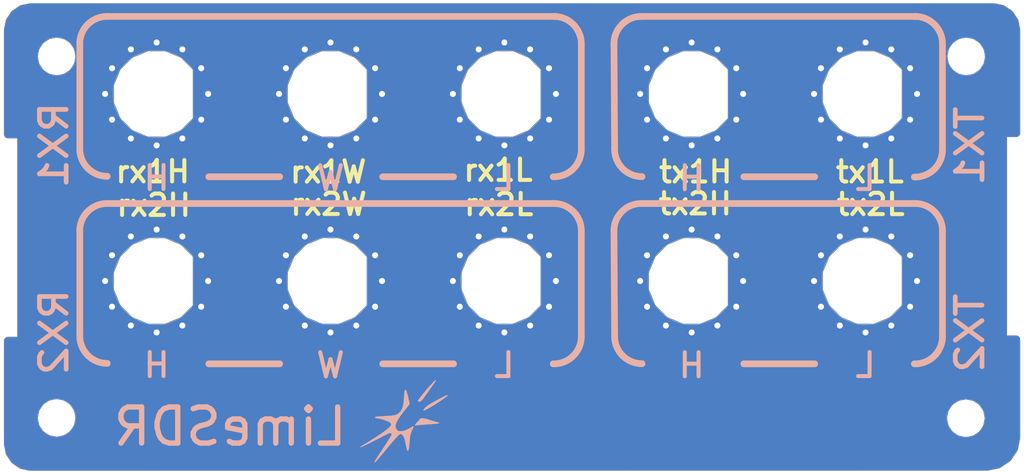
<source format=kicad_pcb>
(kicad_pcb (version 4) (host pcbnew "(2016-07-22 BZR 6991, Git 146a78a)-product")

  (general
    (links 0)
    (no_connects 0)
    (area 25.619999 92.929999 101.630001 127.950001)
    (thickness 1.6)
    (drawings 276)
    (tracks 0)
    (zones 0)
    (modules 11)
    (nets 2)
  )

  (page A4)
  (layers
    (0 F.Cu signal)
    (31 B.Cu signal)
    (32 B.Adhes user)
    (33 F.Adhes user)
    (34 B.Paste user)
    (35 F.Paste user)
    (36 B.SilkS user)
    (37 F.SilkS user)
    (38 B.Mask user)
    (39 F.Mask user)
    (40 Dwgs.User user)
    (41 Cmts.User user)
    (42 Eco1.User user)
    (43 Eco2.User user)
    (44 Edge.Cuts user)
    (45 Margin user hide)
    (46 B.CrtYd user hide)
    (47 F.CrtYd user hide)
    (48 B.Fab user hide)
    (49 F.Fab user hide)
  )

  (setup
    (last_trace_width 0.25)
    (trace_clearance 0.2)
    (zone_clearance 0)
    (zone_45_only yes)
    (trace_min 0.2)
    (segment_width 0.2)
    (edge_width 0.02)
    (via_size 0.8)
    (via_drill 0.4)
    (via_min_size 0.4)
    (via_min_drill 0.3)
    (uvia_size 0.3)
    (uvia_drill 0.1)
    (uvias_allowed no)
    (uvia_min_size 0.2)
    (uvia_min_drill 0.1)
    (pcb_text_width 0.3)
    (pcb_text_size 1.5 1.5)
    (mod_edge_width 0.15)
    (mod_text_size 1 1)
    (mod_text_width 0.15)
    (pad_size 0.8 0.8)
    (pad_drill 0.45)
    (pad_to_mask_clearance 0)
    (aux_axis_origin 25.6 92.9)
    (grid_origin 25.6 92.9)
    (visible_elements 7FFFFFFF)
    (pcbplotparams
      (layerselection 0x010f0_ffffffff)
      (usegerberextensions true)
      (excludeedgelayer true)
      (linewidth 0.150000)
      (plotframeref false)
      (viasonmask false)
      (mode 1)
      (useauxorigin true)
      (hpglpennumber 1)
      (hpglpenspeed 20)
      (hpglpendiameter 15)
      (psnegative false)
      (psa4output false)
      (plotreference false)
      (plotvalue false)
      (plotinvisibletext false)
      (padsonsilk false)
      (subtractmaskfromsilk true)
      (outputformat 1)
      (mirror false)
      (drillshape 0)
      (scaleselection 1)
      (outputdirectory Gerber/20160902_front_panel_10_conn/))
  )

  (net 0 "")
  (net 1 GND)

  (net_class Default "This is the default net class."
    (clearance 0.2)
    (trace_width 0.25)
    (via_dia 0.8)
    (via_drill 0.4)
    (uvia_dia 0.3)
    (uvia_drill 0.1)
    (add_net GND)
  )

  (module Ohisja:SMA_test1 (layer B.Cu) (tedit 57AB487E) (tstamp 57ABA22E)
    (at 90.05 113.73 180)
    (fp_text reference REF** (at 0 -7.7 180) (layer Dwgs.User)
      (effects (font (size 1 1) (thickness 0.15)))
    )
    (fp_text value 2 (at 0 -6.7 180) (layer B.Fab)
      (effects (font (size 1 1) (thickness 0.15)) (justify mirror))
    )
    (fp_circle (center 0 0) (end 2.66 0) (layer B.Mask) (width 3))
    (fp_arc (start 0 0) (end -2.7 1.81) (angle -292.3265473) (layer Edge.Cuts) (width 0.02))
    (fp_circle (center 0 0) (end 6.25 0) (layer Dwgs.User) (width 0.15))
    (fp_line (start 0.2 -0.2) (end -0.2 0.2) (layer Dwgs.User) (width 0.15))
    (fp_line (start -0.2 -0.2) (end 0.2 0.2) (layer Dwgs.User) (width 0.15))
    (fp_line (start 4 -2.1) (end 4 2.1) (layer Dwgs.User) (width 0.15))
    (fp_line (start 0 -4.5) (end 4 -2.1) (layer Dwgs.User) (width 0.15))
    (fp_line (start -4 -2.1) (end 0 -4.5) (layer Dwgs.User) (width 0.15))
    (fp_line (start -4 2.1) (end -4 -2.1) (layer Dwgs.User) (width 0.15))
    (fp_line (start 0 4.5) (end -4 2.1) (layer Dwgs.User) (width 0.15))
    (fp_line (start 4 2.1) (end 0 4.5) (layer Dwgs.User) (width 0.15))
    (fp_line (start -2.7 1.81) (end -2.7 -1.81) (layer Edge.Cuts) (width 0.02))
    (fp_circle (center 0 0) (end 4.5 0) (layer Dwgs.User) (width 0.15))
    (fp_circle (center 0 0) (end 3.25 0) (layer Dwgs.User) (width 0.15))
    (fp_line (start -2.93 1.84) (end -2.93 -1.85) (layer B.Mask) (width 0.7))
    (fp_circle (center 0 0) (end 3.83 0) (layer B.Mask) (width 1.35))
    (fp_line (start -2.92 1.98) (end -2.92 -1.99) (layer F.Mask) (width 0.7))
    (fp_circle (center 0 0) (end 3.83 0) (layer F.Mask) (width 1.35))
    (fp_circle (center 0 0) (end 2.66 0) (layer F.Mask) (width 3))
    (pad 1 thru_hole circle (at 3.85 0 270) (size 0.8 0.8) (drill 0.45) (layers *.Cu)
      (net 1 GND))
    (pad 1 thru_hole circle (at 3.334198 1.925 240) (size 0.8 0.8) (drill 0.45) (layers *.Cu)
      (net 1 GND))
    (pad 1 thru_hole circle (at 1.925 3.334198 210) (size 0.8 0.8) (drill 0.45) (layers *.Cu)
      (net 1 GND))
    (pad 1 thru_hole circle (at 0 3.85 180) (size 0.8 0.8) (drill 0.45) (layers *.Cu)
      (net 1 GND))
    (pad 1 thru_hole circle (at -1.925 3.334198 150) (size 0.8 0.8) (drill 0.45) (layers *.Cu)
      (net 1 GND))
    (pad 1 thru_hole circle (at -3.334198 1.925 120) (size 0.8 0.8) (drill 0.45) (layers *.Cu)
      (net 1 GND))
    (pad 1 thru_hole circle (at -3.85 0 90) (size 0.8 0.8) (drill 0.45) (layers *.Cu)
      (net 1 GND))
    (pad 1 thru_hole circle (at -3.334198 -1.925 60) (size 0.8 0.8) (drill 0.45) (layers *.Cu)
      (net 1 GND))
    (pad 1 thru_hole circle (at -1.925 -3.334198 30) (size 0.8 0.8) (drill 0.45) (layers *.Cu)
      (net 1 GND))
    (pad 1 thru_hole circle (at 0 -3.85) (size 0.8 0.8) (drill 0.45) (layers *.Cu)
      (net 1 GND))
    (pad 1 thru_hole circle (at 1.925 -3.334198 330) (size 0.8 0.8) (drill 0.45) (layers *.Cu)
      (net 1 GND))
    (pad 1 thru_hole circle (at 3.334198 -1.925 300) (size 0.8 0.8) (drill 0.45) (layers *.Cu)
      (net 1 GND))
    (model D:/Dropbox/Projekti/Ohisja/sma.wrl
      (at (xyz 0 -0.02559055118110237 -0.1377952755905512))
      (scale (xyz 0.3937 0.3937 0.3937))
      (rotate (xyz 0 0 0))
    )
  )

  (module Ohisja:SMA_test1 (layer B.Cu) (tedit 57AB487E) (tstamp 57ABA20C)
    (at 77.05 113.73 180)
    (fp_text reference REF** (at 0 -7.7 180) (layer Dwgs.User)
      (effects (font (size 1 1) (thickness 0.15)))
    )
    (fp_text value 2 (at 0 -6.7 180) (layer B.Fab)
      (effects (font (size 1 1) (thickness 0.15)) (justify mirror))
    )
    (fp_circle (center 0 0) (end 2.66 0) (layer B.Mask) (width 3))
    (fp_arc (start 0 0) (end -2.7 1.81) (angle -292.3265473) (layer Edge.Cuts) (width 0.02))
    (fp_circle (center 0 0) (end 6.25 0) (layer Dwgs.User) (width 0.15))
    (fp_line (start 0.2 -0.2) (end -0.2 0.2) (layer Dwgs.User) (width 0.15))
    (fp_line (start -0.2 -0.2) (end 0.2 0.2) (layer Dwgs.User) (width 0.15))
    (fp_line (start 4 -2.1) (end 4 2.1) (layer Dwgs.User) (width 0.15))
    (fp_line (start 0 -4.5) (end 4 -2.1) (layer Dwgs.User) (width 0.15))
    (fp_line (start -4 -2.1) (end 0 -4.5) (layer Dwgs.User) (width 0.15))
    (fp_line (start -4 2.1) (end -4 -2.1) (layer Dwgs.User) (width 0.15))
    (fp_line (start 0 4.5) (end -4 2.1) (layer Dwgs.User) (width 0.15))
    (fp_line (start 4 2.1) (end 0 4.5) (layer Dwgs.User) (width 0.15))
    (fp_line (start -2.7 1.81) (end -2.7 -1.81) (layer Edge.Cuts) (width 0.02))
    (fp_circle (center 0 0) (end 4.5 0) (layer Dwgs.User) (width 0.15))
    (fp_circle (center 0 0) (end 3.25 0) (layer Dwgs.User) (width 0.15))
    (fp_line (start -2.93 1.84) (end -2.93 -1.85) (layer B.Mask) (width 0.7))
    (fp_circle (center 0 0) (end 3.83 0) (layer B.Mask) (width 1.35))
    (fp_line (start -2.92 1.98) (end -2.92 -1.99) (layer F.Mask) (width 0.7))
    (fp_circle (center 0 0) (end 3.83 0) (layer F.Mask) (width 1.35))
    (fp_circle (center 0 0) (end 2.66 0) (layer F.Mask) (width 3))
    (pad 1 thru_hole circle (at 3.85 0 270) (size 0.8 0.8) (drill 0.45) (layers *.Cu)
      (net 1 GND))
    (pad 1 thru_hole circle (at 3.334198 1.925 240) (size 0.8 0.8) (drill 0.45) (layers *.Cu)
      (net 1 GND))
    (pad 1 thru_hole circle (at 1.925 3.334198 210) (size 0.8 0.8) (drill 0.45) (layers *.Cu)
      (net 1 GND))
    (pad 1 thru_hole circle (at 0 3.85 180) (size 0.8 0.8) (drill 0.45) (layers *.Cu)
      (net 1 GND))
    (pad 1 thru_hole circle (at -1.925 3.334198 150) (size 0.8 0.8) (drill 0.45) (layers *.Cu)
      (net 1 GND))
    (pad 1 thru_hole circle (at -3.334198 1.925 120) (size 0.8 0.8) (drill 0.45) (layers *.Cu)
      (net 1 GND))
    (pad 1 thru_hole circle (at -3.85 0 90) (size 0.8 0.8) (drill 0.45) (layers *.Cu)
      (net 1 GND))
    (pad 1 thru_hole circle (at -3.334198 -1.925 60) (size 0.8 0.8) (drill 0.45) (layers *.Cu)
      (net 1 GND))
    (pad 1 thru_hole circle (at -1.925 -3.334198 30) (size 0.8 0.8) (drill 0.45) (layers *.Cu)
      (net 1 GND))
    (pad 1 thru_hole circle (at 0 -3.85) (size 0.8 0.8) (drill 0.45) (layers *.Cu)
      (net 1 GND))
    (pad 1 thru_hole circle (at 1.925 -3.334198 330) (size 0.8 0.8) (drill 0.45) (layers *.Cu)
      (net 1 GND))
    (pad 1 thru_hole circle (at 3.334198 -1.925 300) (size 0.8 0.8) (drill 0.45) (layers *.Cu)
      (net 1 GND))
    (model D:/Dropbox/Projekti/Ohisja/sma.wrl
      (at (xyz 0 -0.02559055118110237 -0.1377952755905512))
      (scale (xyz 0.3937 0.3937 0.3937))
      (rotate (xyz 0 0 0))
    )
  )

  (module Ohisja:SMA_test1 (layer B.Cu) (tedit 57AB487E) (tstamp 57ABA1EA)
    (at 90.05 99.73 180)
    (fp_text reference REF** (at 0 -7.7 180) (layer Dwgs.User)
      (effects (font (size 1 1) (thickness 0.15)))
    )
    (fp_text value 2 (at 0 -6.7 180) (layer B.Fab)
      (effects (font (size 1 1) (thickness 0.15)) (justify mirror))
    )
    (fp_circle (center 0 0) (end 2.66 0) (layer B.Mask) (width 3))
    (fp_arc (start 0 0) (end -2.7 1.81) (angle -292.3265473) (layer Edge.Cuts) (width 0.02))
    (fp_circle (center 0 0) (end 6.25 0) (layer Dwgs.User) (width 0.15))
    (fp_line (start 0.2 -0.2) (end -0.2 0.2) (layer Dwgs.User) (width 0.15))
    (fp_line (start -0.2 -0.2) (end 0.2 0.2) (layer Dwgs.User) (width 0.15))
    (fp_line (start 4 -2.1) (end 4 2.1) (layer Dwgs.User) (width 0.15))
    (fp_line (start 0 -4.5) (end 4 -2.1) (layer Dwgs.User) (width 0.15))
    (fp_line (start -4 -2.1) (end 0 -4.5) (layer Dwgs.User) (width 0.15))
    (fp_line (start -4 2.1) (end -4 -2.1) (layer Dwgs.User) (width 0.15))
    (fp_line (start 0 4.5) (end -4 2.1) (layer Dwgs.User) (width 0.15))
    (fp_line (start 4 2.1) (end 0 4.5) (layer Dwgs.User) (width 0.15))
    (fp_line (start -2.7 1.81) (end -2.7 -1.81) (layer Edge.Cuts) (width 0.02))
    (fp_circle (center 0 0) (end 4.5 0) (layer Dwgs.User) (width 0.15))
    (fp_circle (center 0 0) (end 3.25 0) (layer Dwgs.User) (width 0.15))
    (fp_line (start -2.93 1.84) (end -2.93 -1.85) (layer B.Mask) (width 0.7))
    (fp_circle (center 0 0) (end 3.83 0) (layer B.Mask) (width 1.35))
    (fp_line (start -2.92 1.98) (end -2.92 -1.99) (layer F.Mask) (width 0.7))
    (fp_circle (center 0 0) (end 3.83 0) (layer F.Mask) (width 1.35))
    (fp_circle (center 0 0) (end 2.66 0) (layer F.Mask) (width 3))
    (pad 1 thru_hole circle (at 3.85 0 270) (size 0.8 0.8) (drill 0.45) (layers *.Cu)
      (net 1 GND))
    (pad 1 thru_hole circle (at 3.334198 1.925 240) (size 0.8 0.8) (drill 0.45) (layers *.Cu)
      (net 1 GND))
    (pad 1 thru_hole circle (at 1.925 3.334198 210) (size 0.8 0.8) (drill 0.45) (layers *.Cu)
      (net 1 GND))
    (pad 1 thru_hole circle (at 0 3.85 180) (size 0.8 0.8) (drill 0.45) (layers *.Cu)
      (net 1 GND))
    (pad 1 thru_hole circle (at -1.925 3.334198 150) (size 0.8 0.8) (drill 0.45) (layers *.Cu)
      (net 1 GND))
    (pad 1 thru_hole circle (at -3.334198 1.925 120) (size 0.8 0.8) (drill 0.45) (layers *.Cu)
      (net 1 GND))
    (pad 1 thru_hole circle (at -3.85 0 90) (size 0.8 0.8) (drill 0.45) (layers *.Cu)
      (net 1 GND))
    (pad 1 thru_hole circle (at -3.334198 -1.925 60) (size 0.8 0.8) (drill 0.45) (layers *.Cu)
      (net 1 GND))
    (pad 1 thru_hole circle (at -1.925 -3.334198 30) (size 0.8 0.8) (drill 0.45) (layers *.Cu)
      (net 1 GND))
    (pad 1 thru_hole circle (at 0 -3.85) (size 0.8 0.8) (drill 0.45) (layers *.Cu)
      (net 1 GND))
    (pad 1 thru_hole circle (at 1.925 -3.334198 330) (size 0.8 0.8) (drill 0.45) (layers *.Cu)
      (net 1 GND))
    (pad 1 thru_hole circle (at 3.334198 -1.925 300) (size 0.8 0.8) (drill 0.45) (layers *.Cu)
      (net 1 GND))
    (model D:/Dropbox/Projekti/Ohisja/sma.wrl
      (at (xyz 0 -0.02559055118110237 -0.1377952755905512))
      (scale (xyz 0.3937 0.3937 0.3937))
      (rotate (xyz 0 0 0))
    )
  )

  (module Ohisja:SMA_test1 (layer B.Cu) (tedit 57AB487E) (tstamp 57ABA1AE)
    (at 77.05 99.73 180)
    (fp_text reference REF** (at 0 -7.7 180) (layer Dwgs.User)
      (effects (font (size 1 1) (thickness 0.15)))
    )
    (fp_text value 2 (at 0 -6.7 180) (layer B.Fab)
      (effects (font (size 1 1) (thickness 0.15)) (justify mirror))
    )
    (fp_circle (center 0 0) (end 2.66 0) (layer B.Mask) (width 3))
    (fp_arc (start 0 0) (end -2.7 1.81) (angle -292.3265473) (layer Edge.Cuts) (width 0.02))
    (fp_circle (center 0 0) (end 6.25 0) (layer Dwgs.User) (width 0.15))
    (fp_line (start 0.2 -0.2) (end -0.2 0.2) (layer Dwgs.User) (width 0.15))
    (fp_line (start -0.2 -0.2) (end 0.2 0.2) (layer Dwgs.User) (width 0.15))
    (fp_line (start 4 -2.1) (end 4 2.1) (layer Dwgs.User) (width 0.15))
    (fp_line (start 0 -4.5) (end 4 -2.1) (layer Dwgs.User) (width 0.15))
    (fp_line (start -4 -2.1) (end 0 -4.5) (layer Dwgs.User) (width 0.15))
    (fp_line (start -4 2.1) (end -4 -2.1) (layer Dwgs.User) (width 0.15))
    (fp_line (start 0 4.5) (end -4 2.1) (layer Dwgs.User) (width 0.15))
    (fp_line (start 4 2.1) (end 0 4.5) (layer Dwgs.User) (width 0.15))
    (fp_line (start -2.7 1.81) (end -2.7 -1.81) (layer Edge.Cuts) (width 0.02))
    (fp_circle (center 0 0) (end 4.5 0) (layer Dwgs.User) (width 0.15))
    (fp_circle (center 0 0) (end 3.25 0) (layer Dwgs.User) (width 0.15))
    (fp_line (start -2.93 1.84) (end -2.93 -1.85) (layer B.Mask) (width 0.7))
    (fp_circle (center 0 0) (end 3.83 0) (layer B.Mask) (width 1.35))
    (fp_line (start -2.92 1.98) (end -2.92 -1.99) (layer F.Mask) (width 0.7))
    (fp_circle (center 0 0) (end 3.83 0) (layer F.Mask) (width 1.35))
    (fp_circle (center 0 0) (end 2.66 0) (layer F.Mask) (width 3))
    (pad 1 thru_hole circle (at 3.85 0 270) (size 0.8 0.8) (drill 0.45) (layers *.Cu)
      (net 1 GND))
    (pad 1 thru_hole circle (at 3.334198 1.925 240) (size 0.8 0.8) (drill 0.45) (layers *.Cu)
      (net 1 GND))
    (pad 1 thru_hole circle (at 1.925 3.334198 210) (size 0.8 0.8) (drill 0.45) (layers *.Cu)
      (net 1 GND))
    (pad 1 thru_hole circle (at 0 3.85 180) (size 0.8 0.8) (drill 0.45) (layers *.Cu)
      (net 1 GND))
    (pad 1 thru_hole circle (at -1.925 3.334198 150) (size 0.8 0.8) (drill 0.45) (layers *.Cu)
      (net 1 GND))
    (pad 1 thru_hole circle (at -3.334198 1.925 120) (size 0.8 0.8) (drill 0.45) (layers *.Cu)
      (net 1 GND))
    (pad 1 thru_hole circle (at -3.85 0 90) (size 0.8 0.8) (drill 0.45) (layers *.Cu)
      (net 1 GND))
    (pad 1 thru_hole circle (at -3.334198 -1.925 60) (size 0.8 0.8) (drill 0.45) (layers *.Cu)
      (net 1 GND))
    (pad 1 thru_hole circle (at -1.925 -3.334198 30) (size 0.8 0.8) (drill 0.45) (layers *.Cu)
      (net 1 GND))
    (pad 1 thru_hole circle (at 0 -3.85) (size 0.8 0.8) (drill 0.45) (layers *.Cu)
      (net 1 GND))
    (pad 1 thru_hole circle (at 1.925 -3.334198 330) (size 0.8 0.8) (drill 0.45) (layers *.Cu)
      (net 1 GND))
    (pad 1 thru_hole circle (at 3.334198 -1.925 300) (size 0.8 0.8) (drill 0.45) (layers *.Cu)
      (net 1 GND))
    (model D:/Dropbox/Projekti/Ohisja/sma.wrl
      (at (xyz 0 -0.02559055118110237 -0.1377952755905512))
      (scale (xyz 0.3937 0.3937 0.3937))
      (rotate (xyz 0 0 0))
    )
  )

  (module Ohisja:SMA_test1 (layer B.Cu) (tedit 57AB487E) (tstamp 57AB9FF5)
    (at 63.05 113.73 180)
    (fp_text reference REF** (at 0 -7.7 180) (layer Dwgs.User)
      (effects (font (size 1 1) (thickness 0.15)))
    )
    (fp_text value 2 (at 0 -6.7 180) (layer B.Fab)
      (effects (font (size 1 1) (thickness 0.15)) (justify mirror))
    )
    (fp_circle (center 0 0) (end 2.66 0) (layer B.Mask) (width 3))
    (fp_arc (start 0 0) (end -2.7 1.81) (angle -292.3265473) (layer Edge.Cuts) (width 0.02))
    (fp_circle (center 0 0) (end 6.25 0) (layer Dwgs.User) (width 0.15))
    (fp_line (start 0.2 -0.2) (end -0.2 0.2) (layer Dwgs.User) (width 0.15))
    (fp_line (start -0.2 -0.2) (end 0.2 0.2) (layer Dwgs.User) (width 0.15))
    (fp_line (start 4 -2.1) (end 4 2.1) (layer Dwgs.User) (width 0.15))
    (fp_line (start 0 -4.5) (end 4 -2.1) (layer Dwgs.User) (width 0.15))
    (fp_line (start -4 -2.1) (end 0 -4.5) (layer Dwgs.User) (width 0.15))
    (fp_line (start -4 2.1) (end -4 -2.1) (layer Dwgs.User) (width 0.15))
    (fp_line (start 0 4.5) (end -4 2.1) (layer Dwgs.User) (width 0.15))
    (fp_line (start 4 2.1) (end 0 4.5) (layer Dwgs.User) (width 0.15))
    (fp_line (start -2.7 1.81) (end -2.7 -1.81) (layer Edge.Cuts) (width 0.02))
    (fp_circle (center 0 0) (end 4.5 0) (layer Dwgs.User) (width 0.15))
    (fp_circle (center 0 0) (end 3.25 0) (layer Dwgs.User) (width 0.15))
    (fp_line (start -2.93 1.84) (end -2.93 -1.85) (layer B.Mask) (width 0.7))
    (fp_circle (center 0 0) (end 3.83 0) (layer B.Mask) (width 1.35))
    (fp_line (start -2.92 1.98) (end -2.92 -1.99) (layer F.Mask) (width 0.7))
    (fp_circle (center 0 0) (end 3.83 0) (layer F.Mask) (width 1.35))
    (fp_circle (center 0 0) (end 2.66 0) (layer F.Mask) (width 3))
    (pad 1 thru_hole circle (at 3.85 0 270) (size 0.8 0.8) (drill 0.45) (layers *.Cu)
      (net 1 GND))
    (pad 1 thru_hole circle (at 3.334198 1.925 240) (size 0.8 0.8) (drill 0.45) (layers *.Cu)
      (net 1 GND))
    (pad 1 thru_hole circle (at 1.925 3.334198 210) (size 0.8 0.8) (drill 0.45) (layers *.Cu)
      (net 1 GND))
    (pad 1 thru_hole circle (at 0 3.85 180) (size 0.8 0.8) (drill 0.45) (layers *.Cu)
      (net 1 GND))
    (pad 1 thru_hole circle (at -1.925 3.334198 150) (size 0.8 0.8) (drill 0.45) (layers *.Cu)
      (net 1 GND))
    (pad 1 thru_hole circle (at -3.334198 1.925 120) (size 0.8 0.8) (drill 0.45) (layers *.Cu)
      (net 1 GND))
    (pad 1 thru_hole circle (at -3.85 0 90) (size 0.8 0.8) (drill 0.45) (layers *.Cu)
      (net 1 GND))
    (pad 1 thru_hole circle (at -3.334198 -1.925 60) (size 0.8 0.8) (drill 0.45) (layers *.Cu)
      (net 1 GND))
    (pad 1 thru_hole circle (at -1.925 -3.334198 30) (size 0.8 0.8) (drill 0.45) (layers *.Cu)
      (net 1 GND))
    (pad 1 thru_hole circle (at 0 -3.85) (size 0.8 0.8) (drill 0.45) (layers *.Cu)
      (net 1 GND))
    (pad 1 thru_hole circle (at 1.925 -3.334198 330) (size 0.8 0.8) (drill 0.45) (layers *.Cu)
      (net 1 GND))
    (pad 1 thru_hole circle (at 3.334198 -1.925 300) (size 0.8 0.8) (drill 0.45) (layers *.Cu)
      (net 1 GND))
    (model D:/Dropbox/Projekti/Ohisja/sma.wrl
      (at (xyz 0 -0.02559055118110237 -0.1377952755905512))
      (scale (xyz 0.3937 0.3937 0.3937))
      (rotate (xyz 0 0 0))
    )
  )

  (module Ohisja:SMA_test1 (layer B.Cu) (tedit 57AB487E) (tstamp 57AB9FD3)
    (at 50.05 113.73 180)
    (fp_text reference REF** (at 0 -7.7 180) (layer Dwgs.User)
      (effects (font (size 1 1) (thickness 0.15)))
    )
    (fp_text value 2 (at 0 -6.7 180) (layer B.Fab)
      (effects (font (size 1 1) (thickness 0.15)) (justify mirror))
    )
    (fp_circle (center 0 0) (end 2.66 0) (layer B.Mask) (width 3))
    (fp_arc (start 0 0) (end -2.7 1.81) (angle -292.3265473) (layer Edge.Cuts) (width 0.02))
    (fp_circle (center 0 0) (end 6.25 0) (layer Dwgs.User) (width 0.15))
    (fp_line (start 0.2 -0.2) (end -0.2 0.2) (layer Dwgs.User) (width 0.15))
    (fp_line (start -0.2 -0.2) (end 0.2 0.2) (layer Dwgs.User) (width 0.15))
    (fp_line (start 4 -2.1) (end 4 2.1) (layer Dwgs.User) (width 0.15))
    (fp_line (start 0 -4.5) (end 4 -2.1) (layer Dwgs.User) (width 0.15))
    (fp_line (start -4 -2.1) (end 0 -4.5) (layer Dwgs.User) (width 0.15))
    (fp_line (start -4 2.1) (end -4 -2.1) (layer Dwgs.User) (width 0.15))
    (fp_line (start 0 4.5) (end -4 2.1) (layer Dwgs.User) (width 0.15))
    (fp_line (start 4 2.1) (end 0 4.5) (layer Dwgs.User) (width 0.15))
    (fp_line (start -2.7 1.81) (end -2.7 -1.81) (layer Edge.Cuts) (width 0.02))
    (fp_circle (center 0 0) (end 4.5 0) (layer Dwgs.User) (width 0.15))
    (fp_circle (center 0 0) (end 3.25 0) (layer Dwgs.User) (width 0.15))
    (fp_line (start -2.93 1.84) (end -2.93 -1.85) (layer B.Mask) (width 0.7))
    (fp_circle (center 0 0) (end 3.83 0) (layer B.Mask) (width 1.35))
    (fp_line (start -2.92 1.98) (end -2.92 -1.99) (layer F.Mask) (width 0.7))
    (fp_circle (center 0 0) (end 3.83 0) (layer F.Mask) (width 1.35))
    (fp_circle (center 0 0) (end 2.66 0) (layer F.Mask) (width 3))
    (pad 1 thru_hole circle (at 3.85 0 270) (size 0.8 0.8) (drill 0.45) (layers *.Cu)
      (net 1 GND))
    (pad 1 thru_hole circle (at 3.334198 1.925 240) (size 0.8 0.8) (drill 0.45) (layers *.Cu)
      (net 1 GND))
    (pad 1 thru_hole circle (at 1.925 3.334198 210) (size 0.8 0.8) (drill 0.45) (layers *.Cu)
      (net 1 GND))
    (pad 1 thru_hole circle (at 0 3.85 180) (size 0.8 0.8) (drill 0.45) (layers *.Cu)
      (net 1 GND))
    (pad 1 thru_hole circle (at -1.925 3.334198 150) (size 0.8 0.8) (drill 0.45) (layers *.Cu)
      (net 1 GND))
    (pad 1 thru_hole circle (at -3.334198 1.925 120) (size 0.8 0.8) (drill 0.45) (layers *.Cu)
      (net 1 GND))
    (pad 1 thru_hole circle (at -3.85 0 90) (size 0.8 0.8) (drill 0.45) (layers *.Cu)
      (net 1 GND))
    (pad 1 thru_hole circle (at -3.334198 -1.925 60) (size 0.8 0.8) (drill 0.45) (layers *.Cu)
      (net 1 GND))
    (pad 1 thru_hole circle (at -1.925 -3.334198 30) (size 0.8 0.8) (drill 0.45) (layers *.Cu)
      (net 1 GND))
    (pad 1 thru_hole circle (at 0 -3.85) (size 0.8 0.8) (drill 0.45) (layers *.Cu)
      (net 1 GND))
    (pad 1 thru_hole circle (at 1.925 -3.334198 330) (size 0.8 0.8) (drill 0.45) (layers *.Cu)
      (net 1 GND))
    (pad 1 thru_hole circle (at 3.334198 -1.925 300) (size 0.8 0.8) (drill 0.45) (layers *.Cu)
      (net 1 GND))
    (model D:/Dropbox/Projekti/Ohisja/sma.wrl
      (at (xyz 0 -0.02559055118110237 -0.1377952755905512))
      (scale (xyz 0.3937 0.3937 0.3937))
      (rotate (xyz 0 0 0))
    )
  )

  (module Ohisja:SMA_test1 (layer B.Cu) (tedit 57AB487E) (tstamp 57AB9FB1)
    (at 37.05 113.73 180)
    (fp_text reference REF** (at 0 -7.7 180) (layer Dwgs.User)
      (effects (font (size 1 1) (thickness 0.15)))
    )
    (fp_text value 2 (at 0 -6.7 180) (layer B.Fab)
      (effects (font (size 1 1) (thickness 0.15)) (justify mirror))
    )
    (fp_circle (center 0 0) (end 2.66 0) (layer B.Mask) (width 3))
    (fp_arc (start 0 0) (end -2.7 1.81) (angle -292.3265473) (layer Edge.Cuts) (width 0.02))
    (fp_circle (center 0 0) (end 6.25 0) (layer Dwgs.User) (width 0.15))
    (fp_line (start 0.2 -0.2) (end -0.2 0.2) (layer Dwgs.User) (width 0.15))
    (fp_line (start -0.2 -0.2) (end 0.2 0.2) (layer Dwgs.User) (width 0.15))
    (fp_line (start 4 -2.1) (end 4 2.1) (layer Dwgs.User) (width 0.15))
    (fp_line (start 0 -4.5) (end 4 -2.1) (layer Dwgs.User) (width 0.15))
    (fp_line (start -4 -2.1) (end 0 -4.5) (layer Dwgs.User) (width 0.15))
    (fp_line (start -4 2.1) (end -4 -2.1) (layer Dwgs.User) (width 0.15))
    (fp_line (start 0 4.5) (end -4 2.1) (layer Dwgs.User) (width 0.15))
    (fp_line (start 4 2.1) (end 0 4.5) (layer Dwgs.User) (width 0.15))
    (fp_line (start -2.7 1.81) (end -2.7 -1.81) (layer Edge.Cuts) (width 0.02))
    (fp_circle (center 0 0) (end 4.5 0) (layer Dwgs.User) (width 0.15))
    (fp_circle (center 0 0) (end 3.25 0) (layer Dwgs.User) (width 0.15))
    (fp_line (start -2.93 1.84) (end -2.93 -1.85) (layer B.Mask) (width 0.7))
    (fp_circle (center 0 0) (end 3.83 0) (layer B.Mask) (width 1.35))
    (fp_line (start -2.92 1.98) (end -2.92 -1.99) (layer F.Mask) (width 0.7))
    (fp_circle (center 0 0) (end 3.83 0) (layer F.Mask) (width 1.35))
    (fp_circle (center 0 0) (end 2.66 0) (layer F.Mask) (width 3))
    (pad 1 thru_hole circle (at 3.85 0 270) (size 0.8 0.8) (drill 0.45) (layers *.Cu)
      (net 1 GND))
    (pad 1 thru_hole circle (at 3.334198 1.925 240) (size 0.8 0.8) (drill 0.45) (layers *.Cu)
      (net 1 GND))
    (pad 1 thru_hole circle (at 1.925 3.334198 210) (size 0.8 0.8) (drill 0.45) (layers *.Cu)
      (net 1 GND))
    (pad 1 thru_hole circle (at 0 3.85 180) (size 0.8 0.8) (drill 0.45) (layers *.Cu)
      (net 1 GND))
    (pad 1 thru_hole circle (at -1.925 3.334198 150) (size 0.8 0.8) (drill 0.45) (layers *.Cu)
      (net 1 GND))
    (pad 1 thru_hole circle (at -3.334198 1.925 120) (size 0.8 0.8) (drill 0.45) (layers *.Cu)
      (net 1 GND))
    (pad 1 thru_hole circle (at -3.85 0 90) (size 0.8 0.8) (drill 0.45) (layers *.Cu)
      (net 1 GND))
    (pad 1 thru_hole circle (at -3.334198 -1.925 60) (size 0.8 0.8) (drill 0.45) (layers *.Cu)
      (net 1 GND))
    (pad 1 thru_hole circle (at -1.925 -3.334198 30) (size 0.8 0.8) (drill 0.45) (layers *.Cu)
      (net 1 GND))
    (pad 1 thru_hole circle (at 0 -3.85) (size 0.8 0.8) (drill 0.45) (layers *.Cu)
      (net 1 GND))
    (pad 1 thru_hole circle (at 1.925 -3.334198 330) (size 0.8 0.8) (drill 0.45) (layers *.Cu)
      (net 1 GND))
    (pad 1 thru_hole circle (at 3.334198 -1.925 300) (size 0.8 0.8) (drill 0.45) (layers *.Cu)
      (net 1 GND))
    (model D:/Dropbox/Projekti/Ohisja/sma.wrl
      (at (xyz 0 -0.02559055118110237 -0.1377952755905512))
      (scale (xyz 0.3937 0.3937 0.3937))
      (rotate (xyz 0 0 0))
    )
  )

  (module Ohisja:SMA_test1 (layer B.Cu) (tedit 57AB487E) (tstamp 57AB9F8F)
    (at 63.05 99.73 180)
    (fp_text reference REF** (at 0 -7.7 180) (layer Dwgs.User)
      (effects (font (size 1 1) (thickness 0.15)))
    )
    (fp_text value 2 (at 0 -6.7 180) (layer B.Fab)
      (effects (font (size 1 1) (thickness 0.15)) (justify mirror))
    )
    (fp_circle (center 0 0) (end 2.66 0) (layer B.Mask) (width 3))
    (fp_arc (start 0 0) (end -2.7 1.81) (angle -292.3265473) (layer Edge.Cuts) (width 0.02))
    (fp_circle (center 0 0) (end 6.25 0) (layer Dwgs.User) (width 0.15))
    (fp_line (start 0.2 -0.2) (end -0.2 0.2) (layer Dwgs.User) (width 0.15))
    (fp_line (start -0.2 -0.2) (end 0.2 0.2) (layer Dwgs.User) (width 0.15))
    (fp_line (start 4 -2.1) (end 4 2.1) (layer Dwgs.User) (width 0.15))
    (fp_line (start 0 -4.5) (end 4 -2.1) (layer Dwgs.User) (width 0.15))
    (fp_line (start -4 -2.1) (end 0 -4.5) (layer Dwgs.User) (width 0.15))
    (fp_line (start -4 2.1) (end -4 -2.1) (layer Dwgs.User) (width 0.15))
    (fp_line (start 0 4.5) (end -4 2.1) (layer Dwgs.User) (width 0.15))
    (fp_line (start 4 2.1) (end 0 4.5) (layer Dwgs.User) (width 0.15))
    (fp_line (start -2.7 1.81) (end -2.7 -1.81) (layer Edge.Cuts) (width 0.02))
    (fp_circle (center 0 0) (end 4.5 0) (layer Dwgs.User) (width 0.15))
    (fp_circle (center 0 0) (end 3.25 0) (layer Dwgs.User) (width 0.15))
    (fp_line (start -2.93 1.84) (end -2.93 -1.85) (layer B.Mask) (width 0.7))
    (fp_circle (center 0 0) (end 3.83 0) (layer B.Mask) (width 1.35))
    (fp_line (start -2.92 1.98) (end -2.92 -1.99) (layer F.Mask) (width 0.7))
    (fp_circle (center 0 0) (end 3.83 0) (layer F.Mask) (width 1.35))
    (fp_circle (center 0 0) (end 2.66 0) (layer F.Mask) (width 3))
    (pad 1 thru_hole circle (at 3.85 0 270) (size 0.8 0.8) (drill 0.45) (layers *.Cu)
      (net 1 GND))
    (pad 1 thru_hole circle (at 3.334198 1.925 240) (size 0.8 0.8) (drill 0.45) (layers *.Cu)
      (net 1 GND))
    (pad 1 thru_hole circle (at 1.925 3.334198 210) (size 0.8 0.8) (drill 0.45) (layers *.Cu)
      (net 1 GND))
    (pad 1 thru_hole circle (at 0 3.85 180) (size 0.8 0.8) (drill 0.45) (layers *.Cu)
      (net 1 GND))
    (pad 1 thru_hole circle (at -1.925 3.334198 150) (size 0.8 0.8) (drill 0.45) (layers *.Cu)
      (net 1 GND))
    (pad 1 thru_hole circle (at -3.334198 1.925 120) (size 0.8 0.8) (drill 0.45) (layers *.Cu)
      (net 1 GND))
    (pad 1 thru_hole circle (at -3.85 0 90) (size 0.8 0.8) (drill 0.45) (layers *.Cu)
      (net 1 GND))
    (pad 1 thru_hole circle (at -3.334198 -1.925 60) (size 0.8 0.8) (drill 0.45) (layers *.Cu)
      (net 1 GND))
    (pad 1 thru_hole circle (at -1.925 -3.334198 30) (size 0.8 0.8) (drill 0.45) (layers *.Cu)
      (net 1 GND))
    (pad 1 thru_hole circle (at 0 -3.85) (size 0.8 0.8) (drill 0.45) (layers *.Cu)
      (net 1 GND))
    (pad 1 thru_hole circle (at 1.925 -3.334198 330) (size 0.8 0.8) (drill 0.45) (layers *.Cu)
      (net 1 GND))
    (pad 1 thru_hole circle (at 3.334198 -1.925 300) (size 0.8 0.8) (drill 0.45) (layers *.Cu)
      (net 1 GND))
    (model D:/Dropbox/Projekti/Ohisja/sma.wrl
      (at (xyz 0 -0.02559055118110237 -0.1377952755905512))
      (scale (xyz 0.3937 0.3937 0.3937))
      (rotate (xyz 0 0 0))
    )
  )

  (module Ohisja:SMA_test1 (layer B.Cu) (tedit 57AB487E) (tstamp 57AB9F6D)
    (at 50.05 99.73 180)
    (fp_text reference REF** (at 0 -7.7 180) (layer Dwgs.User)
      (effects (font (size 1 1) (thickness 0.15)))
    )
    (fp_text value 2 (at 0 -6.7 180) (layer B.Fab)
      (effects (font (size 1 1) (thickness 0.15)) (justify mirror))
    )
    (fp_circle (center 0 0) (end 2.66 0) (layer B.Mask) (width 3))
    (fp_arc (start 0 0) (end -2.7 1.81) (angle -292.3265473) (layer Edge.Cuts) (width 0.02))
    (fp_circle (center 0 0) (end 6.25 0) (layer Dwgs.User) (width 0.15))
    (fp_line (start 0.2 -0.2) (end -0.2 0.2) (layer Dwgs.User) (width 0.15))
    (fp_line (start -0.2 -0.2) (end 0.2 0.2) (layer Dwgs.User) (width 0.15))
    (fp_line (start 4 -2.1) (end 4 2.1) (layer Dwgs.User) (width 0.15))
    (fp_line (start 0 -4.5) (end 4 -2.1) (layer Dwgs.User) (width 0.15))
    (fp_line (start -4 -2.1) (end 0 -4.5) (layer Dwgs.User) (width 0.15))
    (fp_line (start -4 2.1) (end -4 -2.1) (layer Dwgs.User) (width 0.15))
    (fp_line (start 0 4.5) (end -4 2.1) (layer Dwgs.User) (width 0.15))
    (fp_line (start 4 2.1) (end 0 4.5) (layer Dwgs.User) (width 0.15))
    (fp_line (start -2.7 1.81) (end -2.7 -1.81) (layer Edge.Cuts) (width 0.02))
    (fp_circle (center 0 0) (end 4.5 0) (layer Dwgs.User) (width 0.15))
    (fp_circle (center 0 0) (end 3.25 0) (layer Dwgs.User) (width 0.15))
    (fp_line (start -2.93 1.84) (end -2.93 -1.85) (layer B.Mask) (width 0.7))
    (fp_circle (center 0 0) (end 3.83 0) (layer B.Mask) (width 1.35))
    (fp_line (start -2.92 1.98) (end -2.92 -1.99) (layer F.Mask) (width 0.7))
    (fp_circle (center 0 0) (end 3.83 0) (layer F.Mask) (width 1.35))
    (fp_circle (center 0 0) (end 2.66 0) (layer F.Mask) (width 3))
    (pad 1 thru_hole circle (at 3.85 0 270) (size 0.8 0.8) (drill 0.45) (layers *.Cu)
      (net 1 GND))
    (pad 1 thru_hole circle (at 3.334198 1.925 240) (size 0.8 0.8) (drill 0.45) (layers *.Cu)
      (net 1 GND))
    (pad 1 thru_hole circle (at 1.925 3.334198 210) (size 0.8 0.8) (drill 0.45) (layers *.Cu)
      (net 1 GND))
    (pad 1 thru_hole circle (at 0 3.85 180) (size 0.8 0.8) (drill 0.45) (layers *.Cu)
      (net 1 GND))
    (pad 1 thru_hole circle (at -1.925 3.334198 150) (size 0.8 0.8) (drill 0.45) (layers *.Cu)
      (net 1 GND))
    (pad 1 thru_hole circle (at -3.334198 1.925 120) (size 0.8 0.8) (drill 0.45) (layers *.Cu)
      (net 1 GND))
    (pad 1 thru_hole circle (at -3.85 0 90) (size 0.8 0.8) (drill 0.45) (layers *.Cu)
      (net 1 GND))
    (pad 1 thru_hole circle (at -3.334198 -1.925 60) (size 0.8 0.8) (drill 0.45) (layers *.Cu)
      (net 1 GND))
    (pad 1 thru_hole circle (at -1.925 -3.334198 30) (size 0.8 0.8) (drill 0.45) (layers *.Cu)
      (net 1 GND))
    (pad 1 thru_hole circle (at 0 -3.85) (size 0.8 0.8) (drill 0.45) (layers *.Cu)
      (net 1 GND))
    (pad 1 thru_hole circle (at 1.925 -3.334198 330) (size 0.8 0.8) (drill 0.45) (layers *.Cu)
      (net 1 GND))
    (pad 1 thru_hole circle (at 3.334198 -1.925 300) (size 0.8 0.8) (drill 0.45) (layers *.Cu)
      (net 1 GND))
    (model D:/Dropbox/Projekti/Ohisja/sma.wrl
      (at (xyz 0 -0.02559055118110237 -0.1377952755905512))
      (scale (xyz 0.3937 0.3937 0.3937))
      (rotate (xyz 0 0 0))
    )
  )

  (module Ohisja:SMA_test1 (layer B.Cu) (tedit 57AB487E) (tstamp 57AB9EC0)
    (at 37.05 99.73 180)
    (fp_text reference REF** (at 0 -7.7 180) (layer Dwgs.User)
      (effects (font (size 1 1) (thickness 0.15)))
    )
    (fp_text value 2 (at 0 -6.7 180) (layer B.Fab)
      (effects (font (size 1 1) (thickness 0.15)) (justify mirror))
    )
    (fp_circle (center 0 0) (end 2.66 0) (layer B.Mask) (width 3))
    (fp_arc (start 0 0) (end -2.7 1.81) (angle -292.3265473) (layer Edge.Cuts) (width 0.02))
    (fp_circle (center 0 0) (end 6.25 0) (layer Dwgs.User) (width 0.15))
    (fp_line (start 0.2 -0.2) (end -0.2 0.2) (layer Dwgs.User) (width 0.15))
    (fp_line (start -0.2 -0.2) (end 0.2 0.2) (layer Dwgs.User) (width 0.15))
    (fp_line (start 4 -2.1) (end 4 2.1) (layer Dwgs.User) (width 0.15))
    (fp_line (start 0 -4.5) (end 4 -2.1) (layer Dwgs.User) (width 0.15))
    (fp_line (start -4 -2.1) (end 0 -4.5) (layer Dwgs.User) (width 0.15))
    (fp_line (start -4 2.1) (end -4 -2.1) (layer Dwgs.User) (width 0.15))
    (fp_line (start 0 4.5) (end -4 2.1) (layer Dwgs.User) (width 0.15))
    (fp_line (start 4 2.1) (end 0 4.5) (layer Dwgs.User) (width 0.15))
    (fp_line (start -2.7 1.81) (end -2.7 -1.81) (layer Edge.Cuts) (width 0.02))
    (fp_circle (center 0 0) (end 4.5 0) (layer Dwgs.User) (width 0.15))
    (fp_circle (center 0 0) (end 3.25 0) (layer Dwgs.User) (width 0.15))
    (fp_line (start -2.93 1.84) (end -2.93 -1.85) (layer B.Mask) (width 0.7))
    (fp_circle (center 0 0) (end 3.83 0) (layer B.Mask) (width 1.35))
    (fp_line (start -2.92 1.98) (end -2.92 -1.99) (layer F.Mask) (width 0.7))
    (fp_circle (center 0 0) (end 3.83 0) (layer F.Mask) (width 1.35))
    (fp_circle (center 0 0) (end 2.66 0) (layer F.Mask) (width 3))
    (pad 1 thru_hole circle (at 3.85 0 270) (size 0.8 0.8) (drill 0.45) (layers *.Cu)
      (net 1 GND))
    (pad 1 thru_hole circle (at 3.334198 1.925 240) (size 0.8 0.8) (drill 0.45) (layers *.Cu)
      (net 1 GND))
    (pad 1 thru_hole circle (at 1.925 3.334198 210) (size 0.8 0.8) (drill 0.45) (layers *.Cu)
      (net 1 GND))
    (pad 1 thru_hole circle (at 0 3.85 180) (size 0.8 0.8) (drill 0.45) (layers *.Cu)
      (net 1 GND))
    (pad 1 thru_hole circle (at -1.925 3.334198 150) (size 0.8 0.8) (drill 0.45) (layers *.Cu)
      (net 1 GND))
    (pad 1 thru_hole circle (at -3.334198 1.925 120) (size 0.8 0.8) (drill 0.45) (layers *.Cu)
      (net 1 GND))
    (pad 1 thru_hole circle (at -3.85 0 90) (size 0.8 0.8) (drill 0.45) (layers *.Cu)
      (net 1 GND))
    (pad 1 thru_hole circle (at -3.334198 -1.925 60) (size 0.8 0.8) (drill 0.45) (layers *.Cu)
      (net 1 GND))
    (pad 1 thru_hole circle (at -1.925 -3.334198 30) (size 0.8 0.8) (drill 0.45) (layers *.Cu)
      (net 1 GND))
    (pad 1 thru_hole circle (at 0 -3.85) (size 0.8 0.8) (drill 0.45) (layers *.Cu)
      (net 1 GND))
    (pad 1 thru_hole circle (at 1.925 -3.334198 330) (size 0.8 0.8) (drill 0.45) (layers *.Cu)
      (net 1 GND))
    (pad 1 thru_hole circle (at 3.334198 -1.925 300) (size 0.8 0.8) (drill 0.45) (layers *.Cu)
      (net 1 GND))
    (model D:/Dropbox/Projekti/Ohisja/sma.wrl
      (at (xyz 0 -0.02559055118110237 -0.1377952755905512))
      (scale (xyz 0.3937 0.3937 0.3937))
      (rotate (xyz 0 0 0))
    )
  )

  (module Ohisja:Lime_logo (layer B.Cu) (tedit 0) (tstamp 57D417C1)
    (at 55.8 124.26)
    (fp_text reference G*** (at 0 0) (layer B.SilkS) hide
      (effects (font (thickness 0.3)) (justify mirror))
    )
    (fp_text value LOGO (at 0.75 0) (layer B.SilkS) hide
      (effects (font (thickness 0.3)) (justify mirror))
    )
    (fp_poly (pts (xy 0.945957 -1.508197) (xy 0.982519 -1.519661) (xy 1.023131 -1.546913) (xy 1.073568 -1.596618)
      (xy 1.139601 -1.675441) (xy 1.227003 -1.790047) (xy 1.341546 -1.947101) (xy 1.489005 -2.153268)
      (xy 1.583381 -2.286) (xy 1.731494 -2.495399) (xy 1.864803 -2.685609) (xy 1.977766 -2.848585)
      (xy 2.064847 -2.976282) (xy 2.120505 -3.060655) (xy 2.13923 -3.093357) (xy 2.123027 -3.121022)
      (xy 2.067141 -3.090645) (xy 1.97079 -3.001686) (xy 1.901192 -2.928592) (xy 1.726978 -2.739481)
      (xy 1.587731 -2.585778) (xy 1.468508 -2.450207) (xy 1.354369 -2.315488) (xy 1.230375 -2.164344)
      (xy 1.095232 -1.996531) (xy 0.978321 -1.847263) (xy 0.881011 -1.716509) (xy 0.81103 -1.615175)
      (xy 0.776107 -1.554169) (xy 0.773823 -1.542959) (xy 0.814691 -1.517775) (xy 0.897791 -1.505979)
      (xy 0.907674 -1.505857) (xy 0.945957 -1.508197)) (layer B.SilkS) (width 0.01))
    (fp_poly (pts (xy -2.414828 3.029694) (xy -2.342616 2.962919) (xy -2.234055 2.842521) (xy -2.173854 2.771859)
      (xy -2.070789 2.649805) (xy -1.982798 2.546189) (xy -1.922028 2.475287) (xy -1.90366 2.454359)
      (xy -1.869525 2.414224) (xy -1.797317 2.327588) (xy -1.694991 2.204054) (xy -1.570505 2.053228)
      (xy -1.433575 1.886857) (xy -1.277906 1.699781) (xy -1.119419 1.513377) (xy -0.970984 1.3425)
      (xy -0.84547 1.202006) (xy -0.773486 1.124857) (xy -0.665038 1.013779) (xy -0.592913 0.947379)
      (xy -0.543215 0.917947) (xy -0.502046 0.917775) (xy -0.45551 0.939153) (xy -0.447103 0.9438)
      (xy -0.349671 1.021291) (xy -0.272321 1.13977) (xy -0.209494 1.310244) (xy -0.162927 1.506382)
      (xy -0.115809 1.740134) (xy -0.079962 1.912144) (xy -0.052598 2.031868) (xy -0.030931 2.108762)
      (xy -0.012172 2.15228) (xy 0.006466 2.171877) (xy 0.027769 2.17701) (xy 0.034807 2.177143)
      (xy 0.063057 2.165044) (xy 0.08558 2.121138) (xy 0.105379 2.034012) (xy 0.125457 1.892254)
      (xy 0.137869 1.7854) (xy 0.156189 1.607522) (xy 0.170769 1.441043) (xy 0.179748 1.308659)
      (xy 0.181706 1.250185) (xy 0.199496 1.091541) (xy 0.246577 0.899854) (xy 0.314279 0.703938)
      (xy 0.393934 0.532602) (xy 0.401806 0.518655) (xy 0.45112 0.414665) (xy 0.461278 0.349628)
      (xy 0.433943 0.331943) (xy 0.372151 0.368844) (xy 0.333678 0.396945) (xy 0.27366 0.432034)
      (xy 0.181743 0.479373) (xy 0.047576 0.544224) (xy -0.139195 0.631847) (xy -0.21062 0.665026)
      (xy -0.294235 0.687455) (xy -0.416548 0.702362) (xy -0.494912 0.705689) (xy -0.618109 0.701922)
      (xy -0.696294 0.681518) (xy -0.756654 0.635181) (xy -0.781604 0.607642) (xy -0.848617 0.502326)
      (xy -0.890078 0.38799) (xy -0.890345 0.386593) (xy -0.883766 0.248693) (xy -0.821226 0.066959)
      (xy -0.703534 -0.157241) (xy -0.5315 -0.422536) (xy -0.305936 -0.727557) (xy -0.02915 -1.06915)
      (xy 0.082211 -1.210981) (xy 0.147021 -1.315051) (xy 0.161882 -1.37586) (xy 0.161288 -1.377578)
      (xy 0.14236 -1.444658) (xy 0.118945 -1.552414) (xy 0.107255 -1.614715) (xy 0.089001 -1.71008)
      (xy 0.066478 -1.808588) (xy 0.035228 -1.927273) (xy -0.009203 -2.083167) (xy -0.062993 -2.265493)
      (xy -0.104558 -2.35475) (xy -0.153671 -2.388687) (xy -0.198983 -2.35952) (xy -0.199319 -2.358981)
      (xy -0.210401 -2.310042) (xy -0.224021 -2.202855) (xy -0.238689 -2.051632) (xy -0.252917 -1.870584)
      (xy -0.257459 -1.803708) (xy -0.282169 -1.505292) (xy -0.314947 -1.267958) (xy -0.358815 -1.08039)
      (xy -0.416794 -0.931275) (xy -0.491906 -0.809297) (xy -0.53787 -0.753798) (xy -0.619676 -0.668307)
      (xy -0.699684 -0.600572) (xy -0.787921 -0.547969) (xy -0.894414 -0.507875) (xy -1.02919 -0.477666)
      (xy -1.202276 -0.454718) (xy -1.423699 -0.436408) (xy -1.703485 -0.420113) (xy -1.839104 -0.413322)
      (xy -2.027446 -0.40248) (xy -2.191216 -0.389929) (xy -2.316043 -0.377003) (xy -2.387555 -0.365039)
      (xy -2.397109 -0.361465) (xy -2.424567 -0.319532) (xy -2.395238 -0.279033) (xy -2.323533 -0.255459)
      (xy -2.29714 -0.254) (xy -2.165688 -0.240636) (xy -1.998118 -0.204727) (xy -1.813423 -0.152545)
      (xy -1.630597 -0.090363) (xy -1.468633 -0.024454) (xy -1.346523 0.038909) (xy -1.296931 0.076344)
      (xy -1.232899 0.146602) (xy -1.215235 0.197974) (xy -1.236583 0.260366) (xy -1.246736 0.280381)
      (xy -1.324132 0.384987) (xy -1.46274 0.516838) (xy -1.663931 0.677094) (xy -1.929078 0.866912)
      (xy -1.995773 0.912512) (xy -2.168564 1.02791) (xy -2.369716 1.159226) (xy -2.583912 1.296757)
      (xy -2.795836 1.430801) (xy -2.990172 1.551653) (xy -3.151603 1.649612) (xy -3.246045 1.704571)
      (xy -3.382733 1.783554) (xy -3.466204 1.838605) (xy -3.508011 1.878526) (xy -3.519708 1.912116)
      (xy -3.519714 1.913012) (xy -3.490275 1.911419) (xy -3.401533 1.877177) (xy -3.252857 1.809975)
      (xy -3.043614 1.709506) (xy -2.773171 1.575461) (xy -2.440896 1.407529) (xy -2.046155 1.205403)
      (xy -1.621289 0.985874) (xy -1.461716 0.906595) (xy -1.352424 0.861668) (xy -1.28201 0.847218)
      (xy -1.242448 0.857067) (xy -1.186812 0.905402) (xy -1.171858 0.929427) (xy -1.176523 0.954066)
      (xy -1.200469 1.005533) (xy -1.246109 1.087684) (xy -1.315859 1.204374) (xy -1.412134 1.359457)
      (xy -1.537347 1.55679) (xy -1.693915 1.800228) (xy -1.884252 2.093625) (xy -2.110772 2.440836)
      (xy -2.291775 2.717385) (xy -2.370438 2.840779) (xy -2.430895 2.941953) (xy -2.463939 3.005219)
      (xy -2.467429 3.016742) (xy -2.454996 3.046437) (xy -2.414828 3.029694)) (layer B.SilkS) (width 0.01))
    (fp_poly (pts (xy 1.250785 -0.843459) (xy 1.358718 -0.887585) (xy 1.523376 -0.971395) (xy 1.551346 -0.98643)
      (xy 1.719914 -1.081331) (xy 1.908867 -1.194076) (xy 2.108649 -1.31826) (xy 2.309702 -1.44748)
      (xy 2.502469 -1.575331) (xy 2.677394 -1.695409) (xy 2.824919 -1.801308) (xy 2.935487 -1.886624)
      (xy 2.999542 -1.944952) (xy 3.011714 -1.965088) (xy 3.00172 -1.986665) (xy 2.966309 -1.987645)
      (xy 2.897338 -1.964911) (xy 2.786665 -1.915348) (xy 2.626148 -1.835838) (xy 2.485571 -1.763697)
      (xy 2.163983 -1.594702) (xy 1.901631 -1.450453) (xy 1.691407 -1.326297) (xy 1.526198 -1.217579)
      (xy 1.398894 -1.119644) (xy 1.302384 -1.027836) (xy 1.234777 -0.944921) (xy 1.192069 -0.872554)
      (xy 1.19632 -0.838591) (xy 1.250785 -0.843459)) (layer B.SilkS) (width 0.01))
    (fp_poly (pts (xy 0.640127 0.276382) (xy 0.712546 0.265702) (xy 0.841529 0.252481) (xy 1.011176 0.238132)
      (xy 1.205588 0.22407) (xy 1.288143 0.218753) (xy 1.61825 0.197392) (xy 1.881246 0.178267)
      (xy 2.082535 0.160816) (xy 2.227524 0.144481) (xy 2.321618 0.128699) (xy 2.370223 0.112909)
      (xy 2.378722 0.105609) (xy 2.362294 0.076998) (xy 2.296555 0.051996) (xy 2.186683 0.024462)
      (xy 2.0438 -0.015261) (xy 1.887226 -0.06131) (xy 1.736277 -0.107827) (xy 1.610272 -0.14895)
      (xy 1.528528 -0.178819) (xy 1.51445 -0.185265) (xy 1.44477 -0.207142) (xy 1.330855 -0.228844)
      (xy 1.231409 -0.241824) (xy 1.012347 -0.26472) (xy 0.818377 -0.064457) (xy 0.717921 0.043983)
      (xy 0.633926 0.143156) (xy 0.583106 0.213221) (xy 0.580402 0.21803) (xy 0.555092 0.274533)
      (xy 0.5756 0.288591) (xy 0.640127 0.276382)) (layer B.SilkS) (width 0.01))
  )

  (gr_arc (start 27.63 125.94) (end 27.63 127.94) (angle 90) (layer Edge.Cuts) (width 0.02))
  (gr_circle (center 97.58 96.92) (end 95.78 96.92) (layer B.Mask) (width 0.8) (tstamp 57D411AC))
  (gr_circle (center 97.56 124) (end 95.76 124) (layer B.Mask) (width 0.8) (tstamp 57D411A4))
  (gr_circle (center 29.57 123.97) (end 27.77 123.97) (layer B.Mask) (width 0.8) (tstamp 57D4119D))
  (gr_arc (start 99.62 94.94) (end 99.62 92.94) (angle 90) (layer Edge.Cuts) (width 0.02))
  (gr_arc (start 27.63 94.94) (end 25.63 94.940001) (angle 90) (layer Edge.Cuts) (width 0.02))
  (gr_circle (center 29.575 96.925) (end 28.175 96.925) (layer Edge.Cuts) (width 0.02) (tstamp 57D40D24))
  (gr_circle (center 29.575 123.975) (end 28.175 123.975) (layer Edge.Cuts) (width 0.02) (tstamp 57D40D1C))
  (gr_circle (center 97.55 124) (end 98.95 124) (layer Edge.Cuts) (width 0.02) (tstamp 57D40D11))
  (gr_line (start 25.625224 92.937916) (end 101.625227 92.937916) (layer Dwgs.User) (width 0.1))
  (gr_line (start 29.75564 121.905489) (end 29.984832 122.009945) (layer Dwgs.User) (width 0.1))
  (gr_line (start 28.106135 121.902356) (end 29.75564 121.905489) (layer Dwgs.User) (width 0.1))
  (gr_line (start 28.108958 119.937926) (end 28.106135 121.902356) (layer Dwgs.User) (width 0.1))
  (gr_line (start 30.605044 119.931688) (end 28.108958 119.937926) (layer Dwgs.User) (width 0.1))
  (gr_line (start 30.607866 100.944004) (end 30.605044 119.931688) (layer Dwgs.User) (width 0.1))
  (gr_line (start 25.625224 127.937916) (end 25.625224 92.937916) (layer Dwgs.User) (width 0.1))
  (gr_line (start 101.625227 127.937916) (end 25.625224 127.937916) (layer Dwgs.User) (width 0.1))
  (gr_line (start 101.625227 92.937916) (end 101.625227 127.937916) (layer Dwgs.User) (width 0.1))
  (gr_line (start 97.481472 124.96438) (end 97.815112 124.958142) (layer Dwgs.User) (width 0.1))
  (gr_line (start 96.89526 124.699336) (end 97.191486 124.905135) (layer Dwgs.User) (width 0.1))
  (gr_line (start 96.655165 124.443648) (end 96.761182 124.580848) (layer Dwgs.User) (width 0.1))
  (gr_line (start 95.828855 123.480142) (end 95.944227 123.523796) (layer Dwgs.User) (width 0.1))
  (gr_line (start 29.356464 124.962827) (end 29.702582 124.99088) (layer Dwgs.User) (width 0.1))
  (gr_line (start 28.675208 123.531599) (end 28.583204 123.908897) (layer Dwgs.User) (width 0.1))
  (gr_line (start 29.984832 122.009945) (end 30.034701 122.310847) (layer Dwgs.User) (width 0.1))
  (gr_line (start 96.580328 124.110008) (end 96.623982 124.259679) (layer Dwgs.User) (width 0.1))
  (gr_line (start 95.532914 125.903037) (end 95.532632 123.68906) (layer Dwgs.User) (width 0.1))
  (gr_line (start 29.96454 122.455842) (end 29.404837 122.990602) (layer Dwgs.User) (width 0.1))
  (gr_line (start 30.034701 122.310847) (end 29.96454 122.455842) (layer Dwgs.User) (width 0.1))
  (gr_line (start 97.876769 97.846228) (end 98.11159 97.761342) (layer Dwgs.User) (width 0.1))
  (gr_line (start 30.436896 124.484181) (end 30.620876 124.03205) (layer Dwgs.User) (width 0.1))
  (gr_line (start 95.944227 123.523796) (end 96.580328 124.110008) (layer Dwgs.User) (width 0.1))
  (gr_line (start 97.694869 97.912376) (end 97.876769 97.846228) (layer Dwgs.User) (width 0.1))
  (gr_line (start 97.059869 98.669744) (end 97.140347 98.510994) (layer Dwgs.User) (width 0.1))
  (gr_line (start 97.815112 124.958142) (end 98.136281 124.777292) (layer Dwgs.User) (width 0.1))
  (gr_line (start 97.117197 98.832906) (end 97.059869 98.669744) (layer Dwgs.User) (width 0.1))
  (gr_line (start 98.391969 123.424016) (end 98.1394 123.174566) (layer Dwgs.User) (width 0.1))
  (gr_line (start 31.222659 123.483258) (end 31.260082 123.448959) (layer Dwgs.User) (width 0.1))
  (gr_line (start 29.702582 124.99088) (end 30.076752 124.838091) (layer Dwgs.User) (width 0.1))
  (gr_line (start 28.760891 124.540321) (end 29.013452 124.786653) (layer Dwgs.User) (width 0.1))
  (gr_line (start 29.404837 122.990602) (end 29.12888 123.054525) (layer Dwgs.User) (width 0.1))
  (gr_line (start 98.984723 100.937394) (end 98.990226 98.957428) (layer Dwgs.User) (width 0.1))
  (gr_line (start 97.768342 123.006183) (end 97.122886 122.385673) (layer Dwgs.User) (width 0.1))
  (gr_line (start 97.072995 122.189232) (end 97.175893 121.977196) (layer Dwgs.User) (width 0.1))
  (gr_line (start 31.618363 125.899819) (end 95.532914 125.903037) (layer Dwgs.User) (width 0.1))
  (gr_line (start 97.384808 121.902362) (end 98.99689 121.896124) (layer Dwgs.User) (width 0.1))
  (gr_line (start 98.407562 124.484184) (end 98.557233 124.103771) (layer Dwgs.User) (width 0.1))
  (gr_line (start 95.532632 123.68906) (end 95.638648 123.548742) (layer Dwgs.User) (width 0.1))
  (gr_line (start 29.12888 123.054525) (end 28.84203 123.266559) (layer Dwgs.User) (width 0.1))
  (gr_line (start 97.191486 124.905135) (end 97.481472 124.96438) (layer Dwgs.User) (width 0.1))
  (gr_line (start 96.761182 124.580848) (end 96.89526 124.699336) (layer Dwgs.User) (width 0.1))
  (gr_line (start 98.507361 97.236586) (end 98.559174 97.091064) (layer Dwgs.User) (width 0.1))
  (gr_line (start 98.559174 97.091064) (end 98.556916 96.71734) (layer Dwgs.User) (width 0.1))
  (gr_line (start 97.269331 98.959685) (end 97.117197 98.832906) (layer Dwgs.User) (width 0.1))
  (gr_line (start 98.990226 98.957428) (end 97.269331 98.959685) (layer Dwgs.User) (width 0.1))
  (gr_line (start 96.623982 124.259679) (end 96.655165 124.443648) (layer Dwgs.User) (width 0.1))
  (gr_line (start 28.583204 123.908897) (end 28.595622 124.230066) (layer Dwgs.User) (width 0.1))
  (gr_line (start 31.260082 123.448959) (end 31.534486 123.609544) (layer Dwgs.User) (width 0.1))
  (gr_line (start 28.84203 123.266559) (end 28.675208 123.531599) (layer Dwgs.User) (width 0.1))
  (gr_line (start 97.175893 121.977196) (end 97.384808 121.902362) (layer Dwgs.User) (width 0.1))
  (gr_line (start 30.620876 124.03205) (end 31.222659 123.483258) (layer Dwgs.User) (width 0.1))
  (gr_line (start 98.556916 96.71734) (end 98.480849 96.555282) (layer Dwgs.User) (width 0.1))
  (gr_line (start 98.136281 124.777292) (end 98.407562 124.484184) (layer Dwgs.User) (width 0.1))
  (gr_line (start 31.534486 123.609544) (end 31.61554 123.745182) (layer Dwgs.User) (width 0.1))
  (gr_line (start 98.480849 96.555282) (end 98.28241 96.253217) (layer Dwgs.User) (width 0.1))
  (gr_line (start 98.311129 97.577237) (end 98.507361 97.236586) (layer Dwgs.User) (width 0.1))
  (gr_line (start 95.638648 123.548742) (end 95.828855 123.480142) (layer Dwgs.User) (width 0.1))
  (gr_line (start 98.11159 97.761342) (end 98.311129 97.577237) (layer Dwgs.User) (width 0.1))
  (gr_line (start 97.140347 98.510994) (end 97.694869 97.912376) (layer Dwgs.User) (width 0.1))
  (gr_line (start 96.535122 100.950631) (end 98.984723 100.937394) (layer Dwgs.User) (width 0.1))
  (gr_line (start 98.99689 121.896124) (end 98.994632 119.938885) (layer Dwgs.User) (width 0.1))
  (gr_line (start 96.525187 119.932281) (end 96.535122 100.950631) (layer Dwgs.User) (width 0.1))
  (gr_line (start 98.994632 119.938885) (end 96.525187 119.932281) (layer Dwgs.User) (width 0.1))
  (gr_line (start 98.544758 123.754538) (end 98.391969 123.424016) (layer Dwgs.User) (width 0.1))
  (gr_line (start 97.122886 122.385673) (end 97.072995 122.189232) (layer Dwgs.User) (width 0.1))
  (gr_line (start 29.013452 124.786653) (end 29.356464 124.962827) (layer Dwgs.User) (width 0.1))
  (gr_line (start 98.1394 123.174566) (end 97.768342 123.006183) (layer Dwgs.User) (width 0.1))
  (gr_line (start 31.61554 123.745182) (end 31.618363 125.899819) (layer Dwgs.User) (width 0.1))
  (gr_line (start 98.557233 124.103771) (end 98.544758 123.754538) (layer Dwgs.User) (width 0.1))
  (gr_line (start 28.595622 124.230066) (end 28.760891 124.540321) (layer Dwgs.User) (width 0.1))
  (gr_line (start 30.076752 124.838091) (end 30.436896 124.484181) (layer Dwgs.User) (width 0.1))
  (gr_line (start 100.047823 93.019746) (end 99.66638 92.977853) (layer Dwgs.User) (width 0.1))
  (gr_line (start 101.504126 102.929494) (end 101.533892 102.847915) (layer Dwgs.User) (width 0.1))
  (gr_line (start 100.527782 102.963671) (end 101.44239 102.963671) (layer Dwgs.User) (width 0.1))
  (gr_line (start 26.071172 93.729935) (end 25.784293 94.210128) (layer Dwgs.User) (width 0.1))
  (gr_line (start 101.415938 94.353686) (end 101.194351 93.91051) (layer Dwgs.User) (width 0.1))
  (gr_line (start 101.533892 102.847915) (end 101.53059 94.807889) (layer Dwgs.User) (width 0.1))
  (gr_line (start 101.194351 93.91051) (end 100.857005 93.500407) (layer Dwgs.User) (width 0.1))
  (gr_line (start 25.784293 94.210128) (end 25.625261 94.668496) (layer Dwgs.User) (width 0.1))
  (gr_line (start 27.443139 92.977853) (end 26.944255 93.103188) (layer Dwgs.User) (width 0.1))
  (gr_line (start 100.504227 93.253462) (end 100.047823 93.019746) (layer Dwgs.User) (width 0.1))
  (gr_line (start 101.53059 94.807889) (end 101.415938 94.353686) (layer Dwgs.User) (width 0.1))
  (gr_line (start 26.473395 93.361994) (end 26.071172 93.729935) (layer Dwgs.User) (width 0.1))
  (gr_line (start 99.66638 92.977853) (end 27.443139 92.977853) (layer Dwgs.User) (width 0.1))
  (gr_line (start 100.857005 93.500407) (end 100.504227 93.253462) (layer Dwgs.User) (width 0.1))
  (gr_line (start 101.44239 102.963671) (end 101.504126 102.929494) (layer Dwgs.User) (width 0.1))
  (gr_line (start 100.527782 117.908025) (end 100.527782 102.963671) (layer Dwgs.User) (width 0.1))
  (gr_line (start 26.944255 93.103188) (end 26.473395 93.361994) (layer Dwgs.User) (width 0.1))
  (gr_line (start 25.625261 94.668496) (end 25.613859 102.950426) (layer Dwgs.User) (width 0.1))
  (gr_line (start 97.145805 96.043765) (end 96.88453 96.202515) (layer Dwgs.User) (width 0.1))
  (gr_line (start 97.731196 95.942332) (end 97.410389 95.934627) (layer Dwgs.User) (width 0.1))
  (gr_line (start 29.293924 97.886487) (end 29.484114 97.951969) (layer Dwgs.User) (width 0.1))
  (gr_line (start 28.701483 97.40941) (end 28.841776 97.624563) (layer Dwgs.User) (width 0.1))
  (gr_line (start 31.534345 97.30962) (end 31.376865 97.407839) (layer Dwgs.User) (width 0.1))
  (gr_line (start 28.586139 96.751483) (end 28.595452 97.128777) (layer Dwgs.User) (width 0.1))
  (gr_line (start 96.600103 96.72617) (end 96.53616 96.865077) (layer Dwgs.User) (width 0.1))
  (gr_line (start 28.857411 96.240107) (end 28.685904 96.483321) (layer Dwgs.User) (width 0.1))
  (gr_line (start 31.220966 97.417208) (end 30.53652 96.762399) (layer Dwgs.User) (width 0.1))
  (gr_line (start 95.563817 97.24321) (end 95.528539 97.091075) (layer Dwgs.User) (width 0.1))
  (gr_line (start 97.974833 96.012887) (end 97.731196 95.942332) (layer Dwgs.User) (width 0.1))
  (gr_line (start 30.051662 96.059257) (end 29.749205 95.947003) (layer Dwgs.User) (width 0.1))
  (gr_line (start 100.696045 127.543462) (end 101.176706 127.027523) (layer Dwgs.User) (width 0.1))
  (gr_line (start 29.749205 95.947003) (end 29.365665 95.940766) (layer Dwgs.User) (width 0.1))
  (gr_line (start 28.685904 96.483321) (end 28.586139 96.751483) (layer Dwgs.User) (width 0.1))
  (gr_line (start 30.471045 96.530096) (end 30.329172 96.293117) (layer Dwgs.User) (width 0.1))
  (gr_line (start 100.224206 127.799226) (end 100.696045 127.543462) (layer Dwgs.User) (width 0.1))
  (gr_line (start 25.607199 118.172801) (end 25.611714 126.030926) (layer Dwgs.User) (width 0.1))
  (gr_line (start 25.613859 102.950426) (end 26.62588 102.95703) (layer Dwgs.User) (width 0.1))
  (gr_line (start 29.053838 96.087318) (end 28.857411 96.240107) (layer Dwgs.User) (width 0.1))
  (gr_line (start 28.115251 98.971615) (end 28.102833 100.923574) (layer Dwgs.User) (width 0.1))
  (gr_line (start 97.410389 95.934627) (end 97.145805 96.043765) (layer Dwgs.User) (width 0.1))
  (gr_line (start 28.841776 97.624563) (end 29.013282 97.752406) (layer Dwgs.User) (width 0.1))
  (gr_line (start 28.595452 97.128777) (end 28.701483 97.40941) (layer Dwgs.User) (width 0.1))
  (gr_line (start 26.211436 127.349434) (end 26.621534 127.631656) (layer Dwgs.User) (width 0.1))
  (gr_line (start 30.001737 98.506998) (end 30.045397 98.703442) (layer Dwgs.User) (width 0.1))
  (gr_line (start 25.691132 117.968853) (end 25.613972 118.079094) (layer Dwgs.User) (width 0.1))
  (gr_line (start 98.28241 96.253217) (end 98.11374 96.107697) (layer Dwgs.User) (width 0.1))
  (gr_line (start 27.115422 127.86537) (end 99.681809 127.86537) (layer Dwgs.User) (width 0.1))
  (gr_line (start 25.613972 118.079094) (end 25.607199 118.172801) (layer Dwgs.User) (width 0.1))
  (gr_line (start 101.551531 118.135652) (end 101.469461 118.023398) (layer Dwgs.User) (width 0.1))
  (gr_line (start 29.817757 98.968482) (end 28.115251 98.971615) (layer Dwgs.User) (width 0.1))
  (gr_line (start 29.013282 97.752406) (end 29.293924 97.886487) (layer Dwgs.User) (width 0.1))
  (gr_line (start 29.484114 97.951969) (end 30.001737 98.506998) (layer Dwgs.User) (width 0.1))
  (gr_line (start 30.329172 96.293117) (end 30.051662 96.059257) (layer Dwgs.User) (width 0.1))
  (gr_line (start 96.53616 96.865077) (end 95.873601 97.428418) (layer Dwgs.User) (width 0.1))
  (gr_line (start 30.53652 96.762399) (end 30.471045 96.530096) (layer Dwgs.User) (width 0.1))
  (gr_line (start 25.68227 126.529226) (end 25.924783 126.974606) (layer Dwgs.User) (width 0.1))
  (gr_line (start 101.290168 117.908025) (end 100.527782 117.908025) (layer Dwgs.User) (width 0.1))
  (gr_line (start 26.621534 127.631656) (end 27.115422 127.86537) (layer Dwgs.User) (width 0.1))
  (gr_line (start 95.729182 97.397552) (end 95.563817 97.24321) (layer Dwgs.User) (width 0.1))
  (gr_line (start 101.469461 118.023398) (end 101.290168 117.908025) (layer Dwgs.User) (width 0.1))
  (gr_line (start 31.604477 97.226988) (end 31.534345 97.30962) (layer Dwgs.User) (width 0.1))
  (gr_line (start 101.551531 125.942731) (end 101.551531 118.135652) (layer Dwgs.User) (width 0.1))
  (gr_line (start 30.004842 98.859347) (end 29.817757 98.968482) (layer Dwgs.User) (width 0.1))
  (gr_line (start 96.713653 96.434028) (end 96.600103 96.72617) (layer Dwgs.User) (width 0.1))
  (gr_line (start 96.88453 96.202515) (end 96.713653 96.434028) (layer Dwgs.User) (width 0.1))
  (gr_line (start 31.376865 97.407839) (end 31.220966 97.417208) (layer Dwgs.User) (width 0.1))
  (gr_line (start 98.11374 96.107697) (end 97.974833 96.012887) (layer Dwgs.User) (width 0.1))
  (gr_line (start 101.458929 126.502767) (end 101.551531 125.942731) (layer Dwgs.User) (width 0.1))
  (gr_line (start 95.873601 97.428418) (end 95.729182 97.397552) (layer Dwgs.User) (width 0.1))
  (gr_line (start 95.530797 94.97) (end 31.62 94.97) (layer Dwgs.User) (width 0.1))
  (gr_line (start 95.528539 97.091075) (end 95.530797 94.97) (layer Dwgs.User) (width 0.1))
  (gr_line (start 101.176706 127.027523) (end 101.458929 126.502767) (layer Dwgs.User) (width 0.1))
  (gr_line (start 99.681809 127.86537) (end 100.224206 127.799226) (layer Dwgs.User) (width 0.1))
  (gr_line (start 25.924783 126.974606) (end 26.211436 127.349434) (layer Dwgs.User) (width 0.1))
  (gr_line (start 26.62588 102.95703) (end 26.619389 117.919215) (layer Dwgs.User) (width 0.1))
  (gr_line (start 30.045397 98.703442) (end 30.004842 98.859347) (layer Dwgs.User) (width 0.1))
  (gr_line (start 25.611714 126.030926) (end 25.68227 126.529226) (layer Dwgs.User) (width 0.1))
  (gr_line (start 25.8091 117.920344) (end 25.691132 117.968853) (layer Dwgs.User) (width 0.1))
  (gr_line (start 26.619389 117.919215) (end 25.8091 117.920344) (layer Dwgs.User) (width 0.1))
  (gr_line (start 28.102833 100.923574) (end 30.607866 100.944004) (layer Dwgs.User) (width 0.1))
  (gr_line (start 29.365665 95.940766) (end 29.053838 96.087318) (layer Dwgs.User) (width 0.1))
  (gr_line (start 31.62 94.97) (end 31.604477 97.226988) (layer Dwgs.User) (width 0.1))
  (gr_line (start 69.573995 123.99239) (end 57.587695 123.99239) (layer Dwgs.User) (width 0.1))
  (gr_line (start 79.328238 113.878303) (end 84.329742 113.878303) (layer Dwgs.User) (width 0.1))
  (gr_line (start 56.964546 121.329178) (end 56.964546 119.358511) (layer Dwgs.User) (width 0.1))
  (gr_line (start 70.38504 121.329178) (end 56.964546 121.329178) (layer Dwgs.User) (width 0.1))
  (gr_line (start 70.38504 119.358511) (end 70.38504 121.329178) (layer Dwgs.User) (width 0.1))
  (gr_line (start 56.964546 119.358511) (end 70.38504 119.358511) (layer Dwgs.User) (width 0.1))
  (gr_line (start 84.411183 121.317425) (end 79.409679 121.317425) (layer Dwgs.User) (width 0.1))
  (gr_line (start 84.411183 113.896241) (end 84.411183 121.317425) (layer Dwgs.User) (width 0.1))
  (gr_line (start 79.409679 113.896241) (end 84.411183 113.896241) (layer Dwgs.User) (width 0.1))
  (gr_line (start 69.573995 119.47353) (end 69.573995 123.99239) (layer Dwgs.User) (width 0.1))
  (gr_line (start 57.587695 119.47353) (end 69.573995 119.47353) (layer Dwgs.User) (width 0.1))
  (gr_line (start 57.587695 123.99239) (end 57.587695 119.47353) (layer Dwgs.User) (width 0.1))
  (gr_line (start 79.328238 121.299487) (end 79.328238 113.878303) (layer Dwgs.User) (width 0.1))
  (gr_line (start 79.409679 121.317425) (end 79.409679 113.896241) (layer Dwgs.User) (width 0.1))
  (gr_line (start 84.329742 121.299487) (end 79.328238 121.299487) (layer Dwgs.User) (width 0.1))
  (gr_line (start 84.329742 113.878303) (end 84.329742 121.299487) (layer Dwgs.User) (width 0.1))
  (gr_line (start 57.322923 119.272199) (end 69.822923 119.272199) (layer Dwgs.User) (width 0.1))
  (gr_line (start 70.692487 119.613642) (end 56.627908 119.613642) (layer Dwgs.User) (width 0.1))
  (gr_line (start 69.822923 124.272199) (end 57.322923 124.272199) (layer Dwgs.User) (width 0.1))
  (gr_line (start 57.322923 124.272199) (end 57.322923 119.272199) (layer Dwgs.User) (width 0.1))
  (gr_line (start 56.839818 115.903611) (end 70.484833 115.903611) (layer Dwgs.User) (width 0.1))
  (gr_line (start 79.203344 121.309949) (end 79.203344 113.645763) (layer Dwgs.User) (width 0.1))
  (gr_line (start 70.692487 115.55387) (end 70.692487 119.613642) (layer Dwgs.User) (width 0.1))
  (gr_line (start 79.203344 113.645763) (end 84.567663 113.645763) (layer Dwgs.User) (width 0.1))
  (gr_line (start 56.839818 119.346059) (end 56.839818 115.903611) (layer Dwgs.User) (width 0.1))
  (gr_line (start 70.484833 115.903611) (end 70.484833 119.346059) (layer Dwgs.User) (width 0.1))
  (gr_line (start 69.822923 119.272199) (end 69.822923 124.272199) (layer Dwgs.User) (width 0.1))
  (gr_line (start 84.567663 113.645763) (end 84.567663 121.309949) (layer Dwgs.User) (width 0.1))
  (gr_line (start 84.567663 121.309949) (end 79.203344 121.309949) (layer Dwgs.User) (width 0.1))
  (gr_line (start 56.627908 115.55387) (end 70.692487 115.55387) (layer Dwgs.User) (width 0.1))
  (gr_line (start 56.627908 119.613642) (end 56.627908 115.55387) (layer Dwgs.User) (width 0.1))
  (gr_line (start 70.484833 119.346059) (end 56.839818 119.346059) (layer Dwgs.User) (width 0.1))
  (gr_text luftek (at 95.7 118.3 90) (layer F.Mask)
    (effects (font (size 0.8 0.8) (thickness 0.1)))
  )
  (gr_arc (start 101.32 118.1) (end 101.32 117.8) (angle 90) (layer Edge.Cuts) (width 0.02) (tstamp 57C9A4C8))
  (gr_arc (start 101.32 102.66) (end 101.62 102.66) (angle 90) (layer Edge.Cuts) (width 0.02) (tstamp 57C9A4B3))
  (gr_arc (start 25.93 102.76) (end 25.93 103.06) (angle 90) (layer Edge.Cuts) (width 0.02) (tstamp 57C9A49B))
  (gr_arc (start 25.93 118.2) (end 25.63 118.2) (angle 90) (layer Edge.Cuts) (width 0.02))
  (gr_line (start 25.63 94.94) (end 25.63 102.76) (layer Edge.Cuts) (width 0.02) (tstamp 57C9A478))
  (gr_line (start 25.63 118.2) (end 25.63 125.94) (layer Edge.Cuts) (width 0.02) (tstamp 57C9A474))
  (gr_line (start 101.62 118.1) (end 101.62 125.44) (layer Edge.Cuts) (width 0.02))
  (gr_line (start 101.62 94.94) (end 101.62 102.66) (layer Edge.Cuts) (width 0.02))
  (gr_line (start 100.629999 102.96) (end 101.32 102.96) (layer Edge.Cuts) (width 0.02) (tstamp 57C9A466))
  (gr_line (start 100.63 117.8) (end 100.629999 102.96) (layer Edge.Cuts) (width 0.02) (tstamp 57C9A465))
  (gr_line (start 100.63 117.8) (end 101.32 117.8) (layer Edge.Cuts) (width 0.02) (tstamp 57C9A464))
  (gr_line (start 26.62 103.06) (end 26.62 117.9) (layer Edge.Cuts) (width 0.02))
  (gr_line (start 26.62 103.06) (end 25.93 103.06) (layer Edge.Cuts) (width 0.02) (tstamp 57C9A460))
  (gr_line (start 26.62 117.9) (end 25.93 117.9) (layer Edge.Cuts) (width 0.02))
  (gr_text 20160902 (at 95.66 116.33 90) (layer F.Mask) (tstamp 57B7285D)
    (effects (font (size 0.8 0.8) (thickness 0.15)) (justify left))
  )
  (gr_circle (center 29.58 96.93) (end 27.78 96.93) (layer B.Mask) (width 0.8) (tstamp 57B5ECC0))
  (gr_circle (center 97.575 96.925) (end 98.975 96.925) (layer Edge.Cuts) (width 0.02) (tstamp 57B5EBD5))
  (gr_text L (at 90.05 106.03) (layer B.SilkS) (tstamp 57ABA2DE)
    (effects (font (size 1.8 1.8) (thickness 0.3)) (justify mirror))
  )
  (gr_line (start 86.25 105.93) (end 80.95 105.93) (layer B.SilkS) (width 0.5) (tstamp 57ABA2DD))
  (gr_text H (at 77.05 106.04489) (layer B.SilkS) (tstamp 57ABA2DC)
    (effects (font (size 1.8 1.8) (thickness 0.3)) (justify mirror))
  )
  (gr_arc (start 73.34 103.86939) (end 71.29 103.81939) (angle -91.39718103) (layer B.SilkS) (width 0.5) (tstamp 57ABA2DB))
  (gr_line (start 71.24 96.02) (end 71.29 103.81939) (layer B.SilkS) (width 0.5) (tstamp 57ABA2DA))
  (gr_arc (start 73.29 95.98) (end 73.34 93.93) (angle -91.39718103) (layer B.SilkS) (width 0.5) (tstamp 57ABA2D9))
  (gr_line (start 93.85 93.93) (end 73.35 93.93) (layer B.SilkS) (width 0.5) (tstamp 57ABA2D8))
  (gr_arc (start 93.75 95.98061) (end 95.8 96.03061) (angle -91.39718103) (layer B.SilkS) (width 0.5) (tstamp 57ABA2D7))
  (gr_line (start 95.8 103.9) (end 95.8 96.03061) (layer B.SilkS) (width 0.5) (tstamp 57ABA2D6))
  (gr_arc (start 93.74939 103.9) (end 93.69939 105.95) (angle -91.39718103) (layer B.SilkS) (width 0.5) (tstamp 57ABA2D5))
  (gr_text TX1 (at 97.85 103.63 90) (layer B.SilkS) (tstamp 57ABA2D4)
    (effects (font (size 2 2.2) (thickness 0.35)) (justify mirror))
  )
  (gr_arc (start 73.29 109.98) (end 73.34 107.93) (angle -91.39718103) (layer B.SilkS) (width 0.5) (tstamp 57ABA2A7))
  (gr_line (start 71.24 110.02) (end 71.29 117.81939) (layer B.SilkS) (width 0.5) (tstamp 57ABA2A6))
  (gr_arc (start 73.34 117.86939) (end 71.29 117.81939) (angle -91.39718103) (layer B.SilkS) (width 0.5) (tstamp 57ABA2A5))
  (gr_arc (start 66.75 95.98061) (end 68.8 96.03061) (angle -91.39718103) (layer B.SilkS) (width 0.5) (tstamp 57ABA278))
  (gr_line (start 68.8 103.85) (end 68.8 96.03061) (layer B.SilkS) (width 0.5) (tstamp 57ABA277))
  (gr_arc (start 66.74939 103.88) (end 66.69939 105.93) (angle -91.39718103) (layer B.SilkS) (width 0.5) (tstamp 57ABA276))
  (gr_text L (at 63.05 106.03) (layer B.SilkS) (tstamp 57ABA275)
    (effects (font (size 1.8 1.8) (thickness 0.3)) (justify mirror))
  )
  (gr_line (start 59.25 105.93) (end 53.95 105.93) (layer B.SilkS) (width 0.5) (tstamp 57ABA274))
  (gr_text W (at 50.05 106.04489) (layer B.SilkS) (tstamp 57ABA273)
    (effects (font (size 1.8 1.8) (thickness 0.3)) (justify mirror))
  )
  (gr_line (start 46.25 105.93) (end 40.95 105.93) (layer B.SilkS) (width 0.5) (tstamp 57ABA272))
  (gr_text H (at 37.05 106.03) (layer B.SilkS) (tstamp 57ABA271)
    (effects (font (size 1.8 1.8) (thickness 0.3)) (justify mirror))
  )
  (gr_arc (start 33.356034 103.84428) (end 31.306034 103.79428) (angle -91.39718103) (layer B.SilkS) (width 0.5) (tstamp 57ABA270))
  (gr_line (start 66.85 93.93) (end 33.4 93.93) (layer B.SilkS) (width 0.5) (tstamp 57ABA26F))
  (gr_arc (start 33.35 95.98) (end 33.4 93.93) (angle -91.39718103) (layer B.SilkS) (width 0.5) (tstamp 57ABA26E))
  (gr_line (start 31.306034 103.79489) (end 31.306034 95.94489) (layer B.SilkS) (width 0.5) (tstamp 57ABA26D))
  (gr_text RX1 (at 29.38 103.56 90) (layer B.SilkS) (tstamp 57ABA26C)
    (effects (font (size 2 2.2) (thickness 0.35)) (justify mirror))
  )
  (gr_text H (at 77.05 120.04489) (layer B.SilkS) (tstamp 57AB9C38)
    (effects (font (size 1.8 1.8) (thickness 0.3)) (justify mirror))
  )
  (gr_text L (at 90.05 120.03) (layer B.SilkS) (tstamp 57AB9C37)
    (effects (font (size 1.8 1.8) (thickness 0.3)) (justify mirror))
  )
  (gr_line (start 86.25 119.93) (end 80.95 119.93) (layer B.SilkS) (width 0.5) (tstamp 57AB9C36))
  (gr_line (start 93.85 107.93) (end 73.35 107.93) (layer B.SilkS) (width 0.5) (tstamp 57AB9C35))
  (gr_arc (start 93.75 109.98061) (end 95.8 110.03061) (angle -91.39718103) (layer B.SilkS) (width 0.5) (tstamp 57AB9C34))
  (gr_line (start 95.8 117.9) (end 95.8 110.03061) (layer B.SilkS) (width 0.5) (tstamp 57AB9C33))
  (gr_arc (start 93.74939 117.88) (end 93.69939 119.93) (angle -91.39718103) (layer B.SilkS) (width 0.5) (tstamp 57AB9C32))
  (gr_text TX2 (at 97.85 117.63 90) (layer B.SilkS) (tstamp 57AB9C31)
    (effects (font (size 2 2.2) (thickness 0.35)) (justify mirror))
  )
  (gr_line (start 46.25 119.93) (end 40.95 119.93) (layer B.SilkS) (width 0.5) (tstamp 57AB96B7))
  (gr_arc (start 99.13 125.44) (end 99.13 127.93) (angle -90) (layer Edge.Cuts) (width 0.02) (tstamp 57AB9363))
  (gr_line (start 99.13 127.93) (end 27.63 127.94) (layer Edge.Cuts) (width 0.02))
  (gr_line (start 27.63 92.94) (end 99.62 92.94) (layer Edge.Cuts) (width 0.02))
  (gr_text "76x35x100 split shell" (at 88.24 125.01) (layer F.Mask)
    (effects (font (size 0.8 0.8) (thickness 0.1)))
  )
  (gr_text RX2 (at 29.38 117.56 90) (layer B.SilkS) (tstamp 5766F309)
    (effects (font (size 2 2.2) (thickness 0.35)) (justify mirror))
  )
  (gr_line (start 68.8 117.9) (end 68.8 110.03061) (layer B.SilkS) (width 0.5) (tstamp 5766D8A2))
  (gr_arc (start 66.74939 117.88) (end 66.69939 119.93) (angle -91.39718103) (layer B.SilkS) (width 0.5) (tstamp 5766D8A1))
  (gr_arc (start 66.75 109.98061) (end 68.8 110.03061) (angle -91.39718103) (layer B.SilkS) (width 0.5) (tstamp 5766D8A3))
  (gr_line (start 59.25 119.93) (end 53.95 119.93) (layer B.SilkS) (width 0.5) (tstamp 5766D8A9))
  (gr_line (start 31.306034 117.79489) (end 31.306034 109.94489) (layer B.SilkS) (width 0.5) (tstamp 5766D8A7))
  (gr_arc (start 33.356034 117.84428) (end 31.306034 117.79428) (angle -91.39718103) (layer B.SilkS) (width 0.5) (tstamp 5766D8A6))
  (gr_arc (start 33.35 109.98) (end 33.4 107.93) (angle -91.39718103) (layer B.SilkS) (width 0.5) (tstamp 5766D8A5))
  (gr_line (start 66.85 107.93) (end 33.4 107.93) (layer B.SilkS) (width 0.5) (tstamp 5766D8A4))
  (gr_text tx2L (at 90.43 108) (layer F.SilkS) (tstamp 5766BBE9)
    (effects (font (size 1.6 1.6) (thickness 0.3)))
  )
  (gr_text tx2H (at 77.31 107.95) (layer F.SilkS) (tstamp 5766BBE8)
    (effects (font (size 1.6 1.6) (thickness 0.3)))
  )
  (gr_text rx2L (at 62.63 108.01) (layer F.SilkS) (tstamp 5766BBE7)
    (effects (font (size 1.6 1.6) (thickness 0.3)))
  )
  (gr_text rx2W (at 49.91 107.99) (layer F.SilkS) (tstamp 5766BBE6)
    (effects (font (size 1.6 1.6) (thickness 0.3)))
  )
  (gr_text rx2H (at 36.83 108.06) (layer F.SilkS) (tstamp 5766BBE5)
    (effects (font (size 1.6 1.6) (thickness 0.3)))
  )
  (gr_text rx1H (at 36.76 105.55) (layer F.SilkS) (tstamp 5766BBE4)
    (effects (font (size 1.6 1.6) (thickness 0.3)))
  )
  (gr_text rx1W (at 49.88 105.57) (layer F.SilkS) (tstamp 5766BBE3)
    (effects (font (size 1.6 1.6) (thickness 0.3)))
  )
  (gr_text rx1L (at 62.58 105.44) (layer F.SilkS) (tstamp 5766BBE2)
    (effects (font (size 1.6 1.6) (thickness 0.3)))
  )
  (gr_text tx1H (at 77.34 105.56) (layer F.SilkS) (tstamp 5766BBE1)
    (effects (font (size 1.6 1.6) (thickness 0.3)))
  )
  (gr_text tx1L (at 90.37 105.56) (layer F.SilkS) (tstamp 5766BBE0)
    (effects (font (size 1.6 1.6) (thickness 0.3)))
  )
  (gr_text H (at 37.05 120.03) (layer B.SilkS) (tstamp 5766B5C0)
    (effects (font (size 1.8 1.8) (thickness 0.3)) (justify mirror))
  )
  (gr_text W (at 50.05 120.04489) (layer B.SilkS) (tstamp 5766B5BF)
    (effects (font (size 1.8 1.8) (thickness 0.3)) (justify mirror))
  )
  (gr_text L (at 63.05 120.03) (layer B.SilkS) (tstamp 5766B5BE)
    (effects (font (size 1.8 1.8) (thickness 0.3)) (justify mirror))
  )
  (gr_text LimeSDR (at 42.55 124.63) (layer B.SilkS)
    (effects (font (size 2.7 2.7) (thickness 0.4)) (justify mirror))
  )

  (zone (net 0) (net_name "") (layer F.Mask) (tstamp 5766C47B) (hatch none 0.508)
    (connect_pads (clearance 0))
    (min_thickness 0.254)
    (fill yes (arc_segments 16) (thermal_gap 0.508) (thermal_bridge_width 0.508))
    (polygon
      (pts
        (xy 30.32 92.76) (xy 30.29 94.98) (xy 96.31 94.96) (xy 96.6 92.81)
      )
    )
    (filled_polygon
      (pts
        (xy 96.454735 92.93689) (xy 96.198976 94.833034) (xy 30.418728 94.852961) (xy 30.445294 92.887095)
      )
    )
  )
  (zone (net 0) (net_name "") (layer F.Mask) (tstamp 57AB93B7) (hatch none 0.508)
    (connect_pads (clearance 0))
    (min_thickness 0.254)
    (fill yes (arc_segments 16) (thermal_gap 0.508) (thermal_bridge_width 0.508))
    (polygon
      (pts
        (xy 31.42 125.9) (xy 31.43 128.07) (xy 95.88 128.09) (xy 95.87 125.88)
      )
    )
    (filled_polygon
      (pts
        (xy 95.752424 127.96296) (xy 31.556417 127.943039) (xy 31.547587 126.02696) (xy 95.743573 126.007039)
      )
    )
  )
  (zone (net 0) (net_name "") (layer F.Mask) (tstamp 57ABA2F1) (hatch none 0.508)
    (connect_pads (clearance 0))
    (min_thickness 0.254)
    (fill yes (arc_segments 16) (thermal_gap 0.508) (thermal_bridge_width 0.508))
    (polygon
      (pts
        (xy 33.637565 121.7) (xy 33.637565 123.3) (xy 93.637565 123.3) (xy 93.637565 121.7)
      )
    )
    (filled_polygon
      (pts
        (xy 93.510565 123.173) (xy 33.764565 123.173) (xy 33.764565 121.827) (xy 93.510565 121.827)
      )
    )
  )
  (zone (net 1) (net_name GND) (layer B.Cu) (tstamp 0) (hatch edge 0.508)
    (connect_pads yes (clearance 0))
    (min_thickness 0.254)
    (fill yes (arc_segments 16) (thermal_gap 0.508) (thermal_bridge_width 0.508))
    (polygon
      (pts
        (xy 25.4 92.7) (xy 101.9 92.7) (xy 101.9 128.2) (xy 25.4 128.1)
      )
    )
    (filled_polygon
      (pts
        (xy 100.331912 93.221292) (xy 100.935443 93.624557) (xy 101.338708 94.228088) (xy 101.483 94.953495) (xy 101.483 102.646505)
        (xy 101.468112 102.721352) (xy 101.433361 102.77336) (xy 101.381352 102.808112) (xy 101.306505 102.823) (xy 100.629999 102.823)
        (xy 100.577571 102.833429) (xy 100.533125 102.863126) (xy 100.503428 102.907572) (xy 100.492999 102.96) (xy 100.493 117.8)
        (xy 100.503429 117.852428) (xy 100.533126 117.896874) (xy 100.577572 117.926571) (xy 100.63 117.937) (xy 101.306505 117.937)
        (xy 101.381352 117.951888) (xy 101.433361 117.98664) (xy 101.468112 118.038648) (xy 101.483 118.113495) (xy 101.483 125.426505)
        (xy 101.301408 126.339429) (xy 100.791926 127.101923) (xy 100.029429 127.611408) (xy 99.116495 127.793002) (xy 27.643486 127.802998)
        (xy 26.918088 127.658708) (xy 26.314557 127.255443) (xy 25.911292 126.651912) (xy 25.767 125.926505) (xy 25.767 123.975)
        (xy 28.038 123.975) (xy 28.154997 124.563184) (xy 28.488177 125.061823) (xy 28.986816 125.395003) (xy 29.575 125.512)
        (xy 30.163184 125.395003) (xy 30.661823 125.061823) (xy 30.995003 124.563184) (xy 31.107027 124) (xy 96.013 124)
        (xy 96.129997 124.588184) (xy 96.463177 125.086823) (xy 96.961816 125.420003) (xy 97.55 125.537) (xy 98.138184 125.420003)
        (xy 98.636823 125.086823) (xy 98.970003 124.588184) (xy 99.087 124) (xy 98.970003 123.411816) (xy 98.636823 122.913177)
        (xy 98.138184 122.579997) (xy 97.55 122.463) (xy 96.961816 122.579997) (xy 96.463177 122.913177) (xy 96.129997 123.411816)
        (xy 96.013 124) (xy 31.107027 124) (xy 31.112 123.975) (xy 30.995003 123.386816) (xy 30.661823 122.888177)
        (xy 30.163184 122.554997) (xy 29.575 122.438) (xy 28.986816 122.554997) (xy 28.488177 122.888177) (xy 28.154997 123.386816)
        (xy 28.038 123.975) (xy 25.767 123.975) (xy 25.767 118.213495) (xy 25.781888 118.138648) (xy 25.81664 118.086639)
        (xy 25.868648 118.051888) (xy 25.943495 118.037) (xy 26.62 118.037) (xy 26.672428 118.026571) (xy 26.716874 117.996874)
        (xy 26.746571 117.952428) (xy 26.757 117.9) (xy 26.757 114.359117) (xy 33.723948 114.359117) (xy 33.734297 114.411561)
        (xy 34.217882 115.584054) (xy 34.223586 115.592618) (xy 34.247513 115.628545) (xy 35.14298 116.526727) (xy 35.169562 116.544546)
        (xy 35.187381 116.556492) (xy 36.358404 117.043624) (xy 36.410816 117.054132) (xy 37.679117 117.056052) (xy 37.731561 117.045703)
        (xy 38.904054 116.562118) (xy 38.921839 116.550272) (xy 38.948545 116.532487) (xy 39.846727 115.63702) (xy 39.846785 115.636933)
        (xy 39.846874 115.636874) (xy 39.861838 115.614477) (xy 39.876492 115.592618) (xy 39.876513 115.592515) (xy 39.876571 115.592428)
        (xy 39.881748 115.566403) (xy 39.887 115.540207) (xy 39.886979 115.540103) (xy 39.887 115.54) (xy 39.887 114.359117)
        (xy 46.723948 114.359117) (xy 46.734297 114.411561) (xy 47.217882 115.584054) (xy 47.223586 115.592618) (xy 47.247513 115.628545)
        (xy 48.14298 116.526727) (xy 48.169562 116.544546) (xy 48.187381 116.556492) (xy 49.358404 117.043624) (xy 49.410816 117.054132)
        (xy 50.679117 117.056052) (xy 50.731561 117.045703) (xy 51.904054 116.562118) (xy 51.921839 116.550272) (xy 51.948545 116.532487)
        (xy 52.846727 115.63702) (xy 52.846785 115.636933) (xy 52.846874 115.636874) (xy 52.861838 115.614477) (xy 52.876492 115.592618)
        (xy 52.876513 115.592515) (xy 52.876571 115.592428) (xy 52.881748 115.566403) (xy 52.887 115.540207) (xy 52.886979 115.540103)
        (xy 52.887 115.54) (xy 52.887 114.359117) (xy 59.723948 114.359117) (xy 59.734297 114.411561) (xy 60.217882 115.584054)
        (xy 60.223586 115.592618) (xy 60.247513 115.628545) (xy 61.14298 116.526727) (xy 61.169562 116.544546) (xy 61.187381 116.556492)
        (xy 62.358404 117.043624) (xy 62.410816 117.054132) (xy 63.679117 117.056052) (xy 63.731561 117.045703) (xy 64.904054 116.562118)
        (xy 64.921839 116.550272) (xy 64.948545 116.532487) (xy 65.846727 115.63702) (xy 65.846785 115.636933) (xy 65.846874 115.636874)
        (xy 65.861838 115.614477) (xy 65.876492 115.592618) (xy 65.876513 115.592515) (xy 65.876571 115.592428) (xy 65.881748 115.566403)
        (xy 65.887 115.540207) (xy 65.886979 115.540103) (xy 65.887 115.54) (xy 65.887 114.359117) (xy 73.723948 114.359117)
        (xy 73.734297 114.411561) (xy 74.217882 115.584054) (xy 74.223586 115.592618) (xy 74.247513 115.628545) (xy 75.14298 116.526727)
        (xy 75.169562 116.544546) (xy 75.187381 116.556492) (xy 76.358404 117.043624) (xy 76.410816 117.054132) (xy 77.679117 117.056052)
        (xy 77.731561 117.045703) (xy 78.904054 116.562118) (xy 78.921839 116.550272) (xy 78.948545 116.532487) (xy 79.846727 115.63702)
        (xy 79.846785 115.636933) (xy 79.846874 115.636874) (xy 79.861838 115.614477) (xy 79.876492 115.592618) (xy 79.876513 115.592515)
        (xy 79.876571 115.592428) (xy 79.881748 115.566403) (xy 79.887 115.540207) (xy 79.886979 115.540103) (xy 79.887 115.54)
        (xy 79.887 114.359117) (xy 86.723948 114.359117) (xy 86.734297 114.411561) (xy 87.217882 115.584054) (xy 87.223586 115.592618)
        (xy 87.247513 115.628545) (xy 88.14298 116.526727) (xy 88.169562 116.544546) (xy 88.187381 116.556492) (xy 89.358404 117.043624)
        (xy 89.410816 117.054132) (xy 90.679117 117.056052) (xy 90.731561 117.045703) (xy 91.904054 116.562118) (xy 91.921839 116.550272)
        (xy 91.948545 116.532487) (xy 92.846727 115.63702) (xy 92.846785 115.636933) (xy 92.846874 115.636874) (xy 92.861838 115.614477)
        (xy 92.876492 115.592618) (xy 92.876513 115.592515) (xy 92.876571 115.592428) (xy 92.881748 115.566403) (xy 92.887 115.540207)
        (xy 92.886979 115.540103) (xy 92.887 115.54) (xy 92.887 111.92) (xy 92.876571 111.867572) (xy 92.846874 111.823126)
        (xy 91.956874 110.933126) (xy 91.93456 110.918217) (xy 91.912619 110.903508) (xy 90.741596 110.416376) (xy 90.689184 110.405868)
        (xy 89.420883 110.403948) (xy 89.412239 110.405654) (xy 89.368439 110.414297) (xy 88.195946 110.897882) (xy 88.187499 110.903508)
        (xy 88.151455 110.927513) (xy 87.253273 111.82298) (xy 87.223508 111.867381) (xy 86.736376 113.038404) (xy 86.725868 113.090816)
        (xy 86.723948 114.359117) (xy 79.887 114.359117) (xy 79.887 111.92) (xy 79.876571 111.867572) (xy 79.846874 111.823126)
        (xy 78.956874 110.933126) (xy 78.93456 110.918217) (xy 78.912619 110.903508) (xy 77.741596 110.416376) (xy 77.689184 110.405868)
        (xy 76.420883 110.403948) (xy 76.412239 110.405654) (xy 76.368439 110.414297) (xy 75.195946 110.897882) (xy 75.187499 110.903508)
        (xy 75.151455 110.927513) (xy 74.253273 111.82298) (xy 74.223508 111.867381) (xy 73.736376 113.038404) (xy 73.725868 113.090816)
        (xy 73.723948 114.359117) (xy 65.887 114.359117) (xy 65.887 111.92) (xy 65.876571 111.867572) (xy 65.846874 111.823126)
        (xy 64.956874 110.933126) (xy 64.93456 110.918217) (xy 64.912619 110.903508) (xy 63.741596 110.416376) (xy 63.689184 110.405868)
        (xy 62.420883 110.403948) (xy 62.412239 110.405654) (xy 62.368439 110.414297) (xy 61.195946 110.897882) (xy 61.187499 110.903508)
        (xy 61.151455 110.927513) (xy 60.253273 111.82298) (xy 60.223508 111.867381) (xy 59.736376 113.038404) (xy 59.725868 113.090816)
        (xy 59.723948 114.359117) (xy 52.887 114.359117) (xy 52.887 111.92) (xy 52.876571 111.867572) (xy 52.846874 111.823126)
        (xy 51.956874 110.933126) (xy 51.93456 110.918217) (xy 51.912619 110.903508) (xy 50.741596 110.416376) (xy 50.689184 110.405868)
        (xy 49.420883 110.403948) (xy 49.412239 110.405654) (xy 49.368439 110.414297) (xy 48.195946 110.897882) (xy 48.187499 110.903508)
        (xy 48.151455 110.927513) (xy 47.253273 111.82298) (xy 47.223508 111.867381) (xy 46.736376 113.038404) (xy 46.725868 113.090816)
        (xy 46.723948 114.359117) (xy 39.887 114.359117) (xy 39.887 111.92) (xy 39.876571 111.867572) (xy 39.846874 111.823126)
        (xy 38.956874 110.933126) (xy 38.93456 110.918217) (xy 38.912619 110.903508) (xy 37.741596 110.416376) (xy 37.689184 110.405868)
        (xy 36.420883 110.403948) (xy 36.412239 110.405654) (xy 36.368439 110.414297) (xy 35.195946 110.897882) (xy 35.187499 110.903508)
        (xy 35.151455 110.927513) (xy 34.253273 111.82298) (xy 34.223508 111.867381) (xy 33.736376 113.038404) (xy 33.725868 113.090816)
        (xy 33.723948 114.359117) (xy 26.757 114.359117) (xy 26.757 103.06) (xy 26.746571 103.007572) (xy 26.716874 102.963126)
        (xy 26.672428 102.933429) (xy 26.62 102.923) (xy 25.943495 102.923) (xy 25.868648 102.908112) (xy 25.81664 102.873361)
        (xy 25.781888 102.821352) (xy 25.767 102.746505) (xy 25.767 100.359117) (xy 33.723948 100.359117) (xy 33.734297 100.411561)
        (xy 34.217882 101.584054) (xy 34.223586 101.592618) (xy 34.247513 101.628545) (xy 35.14298 102.526727) (xy 35.169562 102.544546)
        (xy 35.187381 102.556492) (xy 36.358404 103.043624) (xy 36.410816 103.054132) (xy 37.679117 103.056052) (xy 37.731561 103.045703)
        (xy 38.904054 102.562118) (xy 38.928121 102.546089) (xy 38.948545 102.532487) (xy 39.846727 101.63702) (xy 39.846785 101.636933)
        (xy 39.846874 101.636874) (xy 39.861838 101.614477) (xy 39.876492 101.592618) (xy 39.876513 101.592515) (xy 39.876571 101.592428)
        (xy 39.881748 101.566403) (xy 39.887 101.540207) (xy 39.886979 101.540103) (xy 39.887 101.54) (xy 39.887 100.359117)
        (xy 46.723948 100.359117) (xy 46.734297 100.411561) (xy 47.217882 101.584054) (xy 47.223586 101.592618) (xy 47.247513 101.628545)
        (xy 48.14298 102.526727) (xy 48.169562 102.544546) (xy 48.187381 102.556492) (xy 49.358404 103.043624) (xy 49.410816 103.054132)
        (xy 50.679117 103.056052) (xy 50.731561 103.045703) (xy 51.904054 102.562118) (xy 51.928121 102.546089) (xy 51.948545 102.532487)
        (xy 52.846727 101.63702) (xy 52.846785 101.636933) (xy 52.846874 101.636874) (xy 52.861838 101.614477) (xy 52.876492 101.592618)
        (xy 52.876513 101.592515) (xy 52.876571 101.592428) (xy 52.881748 101.566403) (xy 52.887 101.540207) (xy 52.886979 101.540103)
        (xy 52.887 101.54) (xy 52.887 100.359117) (xy 59.723948 100.359117) (xy 59.734297 100.411561) (xy 60.217882 101.584054)
        (xy 60.223586 101.592618) (xy 60.247513 101.628545) (xy 61.14298 102.526727) (xy 61.169562 102.544546) (xy 61.187381 102.556492)
        (xy 62.358404 103.043624) (xy 62.410816 103.054132) (xy 63.679117 103.056052) (xy 63.731561 103.045703) (xy 64.904054 102.562118)
        (xy 64.928121 102.546089) (xy 64.948545 102.532487) (xy 65.846727 101.63702) (xy 65.846785 101.636933) (xy 65.846874 101.636874)
        (xy 65.861838 101.614477) (xy 65.876492 101.592618) (xy 65.876513 101.592515) (xy 65.876571 101.592428) (xy 65.881748 101.566403)
        (xy 65.887 101.540207) (xy 65.886979 101.540103) (xy 65.887 101.54) (xy 65.887 100.359117) (xy 73.723948 100.359117)
        (xy 73.734297 100.411561) (xy 74.217882 101.584054) (xy 74.223586 101.592618) (xy 74.247513 101.628545) (xy 75.14298 102.526727)
        (xy 75.169562 102.544546) (xy 75.187381 102.556492) (xy 76.358404 103.043624) (xy 76.410816 103.054132) (xy 77.679117 103.056052)
        (xy 77.731561 103.045703) (xy 78.904054 102.562118) (xy 78.928121 102.546089) (xy 78.948545 102.532487) (xy 79.846727 101.63702)
        (xy 79.846785 101.636933) (xy 79.846874 101.636874) (xy 79.861838 101.614477) (xy 79.876492 101.592618) (xy 79.876513 101.592515)
        (xy 79.876571 101.592428) (xy 79.881748 101.566403) (xy 79.887 101.540207) (xy 79.886979 101.540103) (xy 79.887 101.54)
        (xy 79.887 100.359117) (xy 86.723948 100.359117) (xy 86.734297 100.411561) (xy 87.217882 101.584054) (xy 87.223586 101.592618)
        (xy 87.247513 101.628545) (xy 88.14298 102.526727) (xy 88.169562 102.544546) (xy 88.187381 102.556492) (xy 89.358404 103.043624)
        (xy 89.410816 103.054132) (xy 90.679117 103.056052) (xy 90.731561 103.045703) (xy 91.904054 102.562118) (xy 91.928121 102.546089)
        (xy 91.948545 102.532487) (xy 92.846727 101.63702) (xy 92.846785 101.636933) (xy 92.846874 101.636874) (xy 92.861838 101.614477)
        (xy 92.876492 101.592618) (xy 92.876513 101.592515) (xy 92.876571 101.592428) (xy 92.881748 101.566403) (xy 92.887 101.540207)
        (xy 92.886979 101.540103) (xy 92.887 101.54) (xy 92.887 97.92) (xy 92.876571 97.867572) (xy 92.846874 97.823126)
        (xy 91.956874 96.933126) (xy 91.944712 96.925) (xy 96.038 96.925) (xy 96.154997 97.513184) (xy 96.488177 98.011823)
        (xy 96.986816 98.345003) (xy 97.575 98.462) (xy 98.163184 98.345003) (xy 98.661823 98.011823) (xy 98.995003 97.513184)
        (xy 99.112 96.925) (xy 98.995003 96.336816) (xy 98.661823 95.838177) (xy 98.163184 95.504997) (xy 97.575 95.388)
        (xy 96.986816 95.504997) (xy 96.488177 95.838177) (xy 96.154997 96.336816) (xy 96.038 96.925) (xy 91.944712 96.925)
        (xy 91.93456 96.918217) (xy 91.912619 96.903508) (xy 90.741596 96.416376) (xy 90.689184 96.405868) (xy 89.420883 96.403948)
        (xy 89.412239 96.405654) (xy 89.368439 96.414297) (xy 88.195946 96.897882) (xy 88.187499 96.903508) (xy 88.151455 96.927513)
        (xy 87.253273 97.82298) (xy 87.223508 97.867381) (xy 86.736376 99.038404) (xy 86.725868 99.090816) (xy 86.723948 100.359117)
        (xy 79.887 100.359117) (xy 79.887 97.92) (xy 79.876571 97.867572) (xy 79.846874 97.823126) (xy 78.956874 96.933126)
        (xy 78.93456 96.918217) (xy 78.912619 96.903508) (xy 77.741596 96.416376) (xy 77.689184 96.405868) (xy 76.420883 96.403948)
        (xy 76.412239 96.405654) (xy 76.368439 96.414297) (xy 75.195946 96.897882) (xy 75.187499 96.903508) (xy 75.151455 96.927513)
        (xy 74.253273 97.82298) (xy 74.223508 97.867381) (xy 73.736376 99.038404) (xy 73.725868 99.090816) (xy 73.723948 100.359117)
        (xy 65.887 100.359117) (xy 65.887 97.92) (xy 65.876571 97.867572) (xy 65.846874 97.823126) (xy 64.956874 96.933126)
        (xy 64.93456 96.918217) (xy 64.912619 96.903508) (xy 63.741596 96.416376) (xy 63.689184 96.405868) (xy 62.420883 96.403948)
        (xy 62.412239 96.405654) (xy 62.368439 96.414297) (xy 61.195946 96.897882) (xy 61.187499 96.903508) (xy 61.151455 96.927513)
        (xy 60.253273 97.82298) (xy 60.223508 97.867381) (xy 59.736376 99.038404) (xy 59.725868 99.090816) (xy 59.723948 100.359117)
        (xy 52.887 100.359117) (xy 52.887 97.92) (xy 52.876571 97.867572) (xy 52.846874 97.823126) (xy 51.956874 96.933126)
        (xy 51.93456 96.918217) (xy 51.912619 96.903508) (xy 50.741596 96.416376) (xy 50.689184 96.405868) (xy 49.420883 96.403948)
        (xy 49.412239 96.405654) (xy 49.368439 96.414297) (xy 48.195946 96.897882) (xy 48.187499 96.903508) (xy 48.151455 96.927513)
        (xy 47.253273 97.82298) (xy 47.223508 97.867381) (xy 46.736376 99.038404) (xy 46.725868 99.090816) (xy 46.723948 100.359117)
        (xy 39.887 100.359117) (xy 39.887 97.92) (xy 39.876571 97.867572) (xy 39.846874 97.823126) (xy 38.956874 96.933126)
        (xy 38.93456 96.918217) (xy 38.912619 96.903508) (xy 37.741596 96.416376) (xy 37.689184 96.405868) (xy 36.420883 96.403948)
        (xy 36.412239 96.405654) (xy 36.368439 96.414297) (xy 35.195946 96.897882) (xy 35.187499 96.903508) (xy 35.151455 96.927513)
        (xy 34.253273 97.82298) (xy 34.223508 97.867381) (xy 33.736376 99.038404) (xy 33.725868 99.090816) (xy 33.723948 100.359117)
        (xy 25.767 100.359117) (xy 25.767 96.925) (xy 28.038 96.925) (xy 28.154997 97.513184) (xy 28.488177 98.011823)
        (xy 28.986816 98.345003) (xy 29.575 98.462) (xy 30.163184 98.345003) (xy 30.661823 98.011823) (xy 30.995003 97.513184)
        (xy 31.112 96.925) (xy 30.995003 96.336816) (xy 30.661823 95.838177) (xy 30.163184 95.504997) (xy 29.575 95.388)
        (xy 28.986816 95.504997) (xy 28.488177 95.838177) (xy 28.154997 96.336816) (xy 28.038 96.925) (xy 25.767 96.925)
        (xy 25.767 94.953496) (xy 25.911292 94.228089) (xy 26.314557 93.624558) (xy 26.918085 93.221293) (xy 27.643494 93.077)
        (xy 99.606505 93.077)
      )
    )
  )
  (zone (net 1) (net_name GND) (layer F.Cu) (tstamp 57ABA45E) (hatch edge 0.508)
    (connect_pads yes (clearance 0))
    (min_thickness 0.254)
    (fill yes (arc_segments 16) (thermal_gap 0.508) (thermal_bridge_width 0.508))
    (polygon
      (pts
        (xy 25.4 92.7) (xy 101.9 92.7) (xy 101.9 128.2) (xy 25.4 128.1)
      )
    )
    (filled_polygon
      (pts
        (xy 100.331912 93.221292) (xy 100.935443 93.624557) (xy 101.338708 94.228088) (xy 101.483 94.953495) (xy 101.483 102.646505)
        (xy 101.468112 102.721352) (xy 101.433361 102.77336) (xy 101.381352 102.808112) (xy 101.306505 102.823) (xy 100.629999 102.823)
        (xy 100.577571 102.833429) (xy 100.533125 102.863126) (xy 100.503428 102.907572) (xy 100.492999 102.96) (xy 100.493 117.8)
        (xy 100.503429 117.852428) (xy 100.533126 117.896874) (xy 100.577572 117.926571) (xy 100.63 117.937) (xy 101.306505 117.937)
        (xy 101.381352 117.951888) (xy 101.433361 117.98664) (xy 101.468112 118.038648) (xy 101.483 118.113495) (xy 101.483 125.426505)
        (xy 101.301408 126.339429) (xy 100.791926 127.101923) (xy 100.029429 127.611408) (xy 99.116495 127.793002) (xy 27.643486 127.802998)
        (xy 26.918088 127.658708) (xy 26.314557 127.255443) (xy 25.911292 126.651912) (xy 25.767 125.926505) (xy 25.767 123.975)
        (xy 28.038 123.975) (xy 28.154997 124.563184) (xy 28.488177 125.061823) (xy 28.986816 125.395003) (xy 29.575 125.512)
        (xy 30.163184 125.395003) (xy 30.661823 125.061823) (xy 30.995003 124.563184) (xy 31.107027 124) (xy 96.013 124)
        (xy 96.129997 124.588184) (xy 96.463177 125.086823) (xy 96.961816 125.420003) (xy 97.55 125.537) (xy 98.138184 125.420003)
        (xy 98.636823 125.086823) (xy 98.970003 124.588184) (xy 99.087 124) (xy 98.970003 123.411816) (xy 98.636823 122.913177)
        (xy 98.138184 122.579997) (xy 97.55 122.463) (xy 96.961816 122.579997) (xy 96.463177 122.913177) (xy 96.129997 123.411816)
        (xy 96.013 124) (xy 31.107027 124) (xy 31.112 123.975) (xy 30.995003 123.386816) (xy 30.661823 122.888177)
        (xy 30.163184 122.554997) (xy 29.575 122.438) (xy 28.986816 122.554997) (xy 28.488177 122.888177) (xy 28.154997 123.386816)
        (xy 28.038 123.975) (xy 25.767 123.975) (xy 25.767 118.213495) (xy 25.781888 118.138648) (xy 25.81664 118.086639)
        (xy 25.868648 118.051888) (xy 25.943495 118.037) (xy 26.62 118.037) (xy 26.672428 118.026571) (xy 26.716874 117.996874)
        (xy 26.746571 117.952428) (xy 26.757 117.9) (xy 26.757 114.359117) (xy 33.723948 114.359117) (xy 33.734297 114.411561)
        (xy 34.217882 115.584054) (xy 34.223586 115.592618) (xy 34.247513 115.628545) (xy 35.14298 116.526727) (xy 35.169562 116.544546)
        (xy 35.187381 116.556492) (xy 36.358404 117.043624) (xy 36.410816 117.054132) (xy 37.679117 117.056052) (xy 37.731561 117.045703)
        (xy 38.904054 116.562118) (xy 38.921839 116.550272) (xy 38.948545 116.532487) (xy 39.846727 115.63702) (xy 39.846785 115.636933)
        (xy 39.846874 115.636874) (xy 39.861838 115.614477) (xy 39.876492 115.592618) (xy 39.876513 115.592515) (xy 39.876571 115.592428)
        (xy 39.881748 115.566403) (xy 39.887 115.540207) (xy 39.886979 115.540103) (xy 39.887 115.54) (xy 39.887 114.359117)
        (xy 46.723948 114.359117) (xy 46.734297 114.411561) (xy 47.217882 115.584054) (xy 47.223586 115.592618) (xy 47.247513 115.628545)
        (xy 48.14298 116.526727) (xy 48.169562 116.544546) (xy 48.187381 116.556492) (xy 49.358404 117.043624) (xy 49.410816 117.054132)
        (xy 50.679117 117.056052) (xy 50.731561 117.045703) (xy 51.904054 116.562118) (xy 51.921839 116.550272) (xy 51.948545 116.532487)
        (xy 52.846727 115.63702) (xy 52.846785 115.636933) (xy 52.846874 115.636874) (xy 52.861838 115.614477) (xy 52.876492 115.592618)
        (xy 52.876513 115.592515) (xy 52.876571 115.592428) (xy 52.881748 115.566403) (xy 52.887 115.540207) (xy 52.886979 115.540103)
        (xy 52.887 115.54) (xy 52.887 114.359117) (xy 59.723948 114.359117) (xy 59.734297 114.411561) (xy 60.217882 115.584054)
        (xy 60.223586 115.592618) (xy 60.247513 115.628545) (xy 61.14298 116.526727) (xy 61.169562 116.544546) (xy 61.187381 116.556492)
        (xy 62.358404 117.043624) (xy 62.410816 117.054132) (xy 63.679117 117.056052) (xy 63.731561 117.045703) (xy 64.904054 116.562118)
        (xy 64.921839 116.550272) (xy 64.948545 116.532487) (xy 65.846727 115.63702) (xy 65.846785 115.636933) (xy 65.846874 115.636874)
        (xy 65.861838 115.614477) (xy 65.876492 115.592618) (xy 65.876513 115.592515) (xy 65.876571 115.592428) (xy 65.881748 115.566403)
        (xy 65.887 115.540207) (xy 65.886979 115.540103) (xy 65.887 115.54) (xy 65.887 114.359117) (xy 73.723948 114.359117)
        (xy 73.734297 114.411561) (xy 74.217882 115.584054) (xy 74.223586 115.592618) (xy 74.247513 115.628545) (xy 75.14298 116.526727)
        (xy 75.169562 116.544546) (xy 75.187381 116.556492) (xy 76.358404 117.043624) (xy 76.410816 117.054132) (xy 77.679117 117.056052)
        (xy 77.731561 117.045703) (xy 78.904054 116.562118) (xy 78.921839 116.550272) (xy 78.948545 116.532487) (xy 79.846727 115.63702)
        (xy 79.846785 115.636933) (xy 79.846874 115.636874) (xy 79.861838 115.614477) (xy 79.876492 115.592618) (xy 79.876513 115.592515)
        (xy 79.876571 115.592428) (xy 79.881748 115.566403) (xy 79.887 115.540207) (xy 79.886979 115.540103) (xy 79.887 115.54)
        (xy 79.887 114.359117) (xy 86.723948 114.359117) (xy 86.734297 114.411561) (xy 87.217882 115.584054) (xy 87.223586 115.592618)
        (xy 87.247513 115.628545) (xy 88.14298 116.526727) (xy 88.169562 116.544546) (xy 88.187381 116.556492) (xy 89.358404 117.043624)
        (xy 89.410816 117.054132) (xy 90.679117 117.056052) (xy 90.731561 117.045703) (xy 91.904054 116.562118) (xy 91.921839 116.550272)
        (xy 91.948545 116.532487) (xy 92.846727 115.63702) (xy 92.846785 115.636933) (xy 92.846874 115.636874) (xy 92.861838 115.614477)
        (xy 92.876492 115.592618) (xy 92.876513 115.592515) (xy 92.876571 115.592428) (xy 92.881748 115.566403) (xy 92.887 115.540207)
        (xy 92.886979 115.540103) (xy 92.887 115.54) (xy 92.887 111.92) (xy 92.876571 111.867572) (xy 92.846874 111.823126)
        (xy 91.956874 110.933126) (xy 91.93456 110.918217) (xy 91.912619 110.903508) (xy 90.741596 110.416376) (xy 90.689184 110.405868)
        (xy 89.420883 110.403948) (xy 89.412239 110.405654) (xy 89.368439 110.414297) (xy 88.195946 110.897882) (xy 88.187499 110.903508)
        (xy 88.151455 110.927513) (xy 87.253273 111.82298) (xy 87.223508 111.867381) (xy 86.736376 113.038404) (xy 86.725868 113.090816)
        (xy 86.723948 114.359117) (xy 79.887 114.359117) (xy 79.887 111.92) (xy 79.876571 111.867572) (xy 79.846874 111.823126)
        (xy 78.956874 110.933126) (xy 78.93456 110.918217) (xy 78.912619 110.903508) (xy 77.741596 110.416376) (xy 77.689184 110.405868)
        (xy 76.420883 110.403948) (xy 76.412239 110.405654) (xy 76.368439 110.414297) (xy 75.195946 110.897882) (xy 75.187499 110.903508)
        (xy 75.151455 110.927513) (xy 74.253273 111.82298) (xy 74.223508 111.867381) (xy 73.736376 113.038404) (xy 73.725868 113.090816)
        (xy 73.723948 114.359117) (xy 65.887 114.359117) (xy 65.887 111.92) (xy 65.876571 111.867572) (xy 65.846874 111.823126)
        (xy 64.956874 110.933126) (xy 64.93456 110.918217) (xy 64.912619 110.903508) (xy 63.741596 110.416376) (xy 63.689184 110.405868)
        (xy 62.420883 110.403948) (xy 62.412239 110.405654) (xy 62.368439 110.414297) (xy 61.195946 110.897882) (xy 61.187499 110.903508)
        (xy 61.151455 110.927513) (xy 60.253273 111.82298) (xy 60.223508 111.867381) (xy 59.736376 113.038404) (xy 59.725868 113.090816)
        (xy 59.723948 114.359117) (xy 52.887 114.359117) (xy 52.887 111.92) (xy 52.876571 111.867572) (xy 52.846874 111.823126)
        (xy 51.956874 110.933126) (xy 51.93456 110.918217) (xy 51.912619 110.903508) (xy 50.741596 110.416376) (xy 50.689184 110.405868)
        (xy 49.420883 110.403948) (xy 49.412239 110.405654) (xy 49.368439 110.414297) (xy 48.195946 110.897882) (xy 48.187499 110.903508)
        (xy 48.151455 110.927513) (xy 47.253273 111.82298) (xy 47.223508 111.867381) (xy 46.736376 113.038404) (xy 46.725868 113.090816)
        (xy 46.723948 114.359117) (xy 39.887 114.359117) (xy 39.887 111.92) (xy 39.876571 111.867572) (xy 39.846874 111.823126)
        (xy 38.956874 110.933126) (xy 38.93456 110.918217) (xy 38.912619 110.903508) (xy 37.741596 110.416376) (xy 37.689184 110.405868)
        (xy 36.420883 110.403948) (xy 36.412239 110.405654) (xy 36.368439 110.414297) (xy 35.195946 110.897882) (xy 35.187499 110.903508)
        (xy 35.151455 110.927513) (xy 34.253273 111.82298) (xy 34.223508 111.867381) (xy 33.736376 113.038404) (xy 33.725868 113.090816)
        (xy 33.723948 114.359117) (xy 26.757 114.359117) (xy 26.757 103.06) (xy 26.746571 103.007572) (xy 26.716874 102.963126)
        (xy 26.672428 102.933429) (xy 26.62 102.923) (xy 25.943495 102.923) (xy 25.868648 102.908112) (xy 25.81664 102.873361)
        (xy 25.781888 102.821352) (xy 25.767 102.746505) (xy 25.767 100.359117) (xy 33.723948 100.359117) (xy 33.734297 100.411561)
        (xy 34.217882 101.584054) (xy 34.223586 101.592618) (xy 34.247513 101.628545) (xy 35.14298 102.526727) (xy 35.169562 102.544546)
        (xy 35.187381 102.556492) (xy 36.358404 103.043624) (xy 36.410816 103.054132) (xy 37.679117 103.056052) (xy 37.731561 103.045703)
        (xy 38.904054 102.562118) (xy 38.928121 102.546089) (xy 38.948545 102.532487) (xy 39.846727 101.63702) (xy 39.846785 101.636933)
        (xy 39.846874 101.636874) (xy 39.861838 101.614477) (xy 39.876492 101.592618) (xy 39.876513 101.592515) (xy 39.876571 101.592428)
        (xy 39.881748 101.566403) (xy 39.887 101.540207) (xy 39.886979 101.540103) (xy 39.887 101.54) (xy 39.887 100.359117)
        (xy 46.723948 100.359117) (xy 46.734297 100.411561) (xy 47.217882 101.584054) (xy 47.223586 101.592618) (xy 47.247513 101.628545)
        (xy 48.14298 102.526727) (xy 48.169562 102.544546) (xy 48.187381 102.556492) (xy 49.358404 103.043624) (xy 49.410816 103.054132)
        (xy 50.679117 103.056052) (xy 50.731561 103.045703) (xy 51.904054 102.562118) (xy 51.928121 102.546089) (xy 51.948545 102.532487)
        (xy 52.846727 101.63702) (xy 52.846785 101.636933) (xy 52.846874 101.636874) (xy 52.861838 101.614477) (xy 52.876492 101.592618)
        (xy 52.876513 101.592515) (xy 52.876571 101.592428) (xy 52.881748 101.566403) (xy 52.887 101.540207) (xy 52.886979 101.540103)
        (xy 52.887 101.54) (xy 52.887 100.359117) (xy 59.723948 100.359117) (xy 59.734297 100.411561) (xy 60.217882 101.584054)
        (xy 60.223586 101.592618) (xy 60.247513 101.628545) (xy 61.14298 102.526727) (xy 61.169562 102.544546) (xy 61.187381 102.556492)
        (xy 62.358404 103.043624) (xy 62.410816 103.054132) (xy 63.679117 103.056052) (xy 63.731561 103.045703) (xy 64.904054 102.562118)
        (xy 64.928121 102.546089) (xy 64.948545 102.532487) (xy 65.846727 101.63702) (xy 65.846785 101.636933) (xy 65.846874 101.636874)
        (xy 65.861838 101.614477) (xy 65.876492 101.592618) (xy 65.876513 101.592515) (xy 65.876571 101.592428) (xy 65.881748 101.566403)
        (xy 65.887 101.540207) (xy 65.886979 101.540103) (xy 65.887 101.54) (xy 65.887 100.359117) (xy 73.723948 100.359117)
        (xy 73.734297 100.411561) (xy 74.217882 101.584054) (xy 74.223586 101.592618) (xy 74.247513 101.628545) (xy 75.14298 102.526727)
        (xy 75.169562 102.544546) (xy 75.187381 102.556492) (xy 76.358404 103.043624) (xy 76.410816 103.054132) (xy 77.679117 103.056052)
        (xy 77.731561 103.045703) (xy 78.904054 102.562118) (xy 78.928121 102.546089) (xy 78.948545 102.532487) (xy 79.846727 101.63702)
        (xy 79.846785 101.636933) (xy 79.846874 101.636874) (xy 79.861838 101.614477) (xy 79.876492 101.592618) (xy 79.876513 101.592515)
        (xy 79.876571 101.592428) (xy 79.881748 101.566403) (xy 79.887 101.540207) (xy 79.886979 101.540103) (xy 79.887 101.54)
        (xy 79.887 100.359117) (xy 86.723948 100.359117) (xy 86.734297 100.411561) (xy 87.217882 101.584054) (xy 87.223586 101.592618)
        (xy 87.247513 101.628545) (xy 88.14298 102.526727) (xy 88.169562 102.544546) (xy 88.187381 102.556492) (xy 89.358404 103.043624)
        (xy 89.410816 103.054132) (xy 90.679117 103.056052) (xy 90.731561 103.045703) (xy 91.904054 102.562118) (xy 91.928121 102.546089)
        (xy 91.948545 102.532487) (xy 92.846727 101.63702) (xy 92.846785 101.636933) (xy 92.846874 101.636874) (xy 92.861838 101.614477)
        (xy 92.876492 101.592618) (xy 92.876513 101.592515) (xy 92.876571 101.592428) (xy 92.881748 101.566403) (xy 92.887 101.540207)
        (xy 92.886979 101.540103) (xy 92.887 101.54) (xy 92.887 97.92) (xy 92.876571 97.867572) (xy 92.846874 97.823126)
        (xy 91.956874 96.933126) (xy 91.944712 96.925) (xy 96.038 96.925) (xy 96.154997 97.513184) (xy 96.488177 98.011823)
        (xy 96.986816 98.345003) (xy 97.575 98.462) (xy 98.163184 98.345003) (xy 98.661823 98.011823) (xy 98.995003 97.513184)
        (xy 99.112 96.925) (xy 98.995003 96.336816) (xy 98.661823 95.838177) (xy 98.163184 95.504997) (xy 97.575 95.388)
        (xy 96.986816 95.504997) (xy 96.488177 95.838177) (xy 96.154997 96.336816) (xy 96.038 96.925) (xy 91.944712 96.925)
        (xy 91.93456 96.918217) (xy 91.912619 96.903508) (xy 90.741596 96.416376) (xy 90.689184 96.405868) (xy 89.420883 96.403948)
        (xy 89.412239 96.405654) (xy 89.368439 96.414297) (xy 88.195946 96.897882) (xy 88.187499 96.903508) (xy 88.151455 96.927513)
        (xy 87.253273 97.82298) (xy 87.223508 97.867381) (xy 86.736376 99.038404) (xy 86.725868 99.090816) (xy 86.723948 100.359117)
        (xy 79.887 100.359117) (xy 79.887 97.92) (xy 79.876571 97.867572) (xy 79.846874 97.823126) (xy 78.956874 96.933126)
        (xy 78.93456 96.918217) (xy 78.912619 96.903508) (xy 77.741596 96.416376) (xy 77.689184 96.405868) (xy 76.420883 96.403948)
        (xy 76.412239 96.405654) (xy 76.368439 96.414297) (xy 75.195946 96.897882) (xy 75.187499 96.903508) (xy 75.151455 96.927513)
        (xy 74.253273 97.82298) (xy 74.223508 97.867381) (xy 73.736376 99.038404) (xy 73.725868 99.090816) (xy 73.723948 100.359117)
        (xy 65.887 100.359117) (xy 65.887 97.92) (xy 65.876571 97.867572) (xy 65.846874 97.823126) (xy 64.956874 96.933126)
        (xy 64.93456 96.918217) (xy 64.912619 96.903508) (xy 63.741596 96.416376) (xy 63.689184 96.405868) (xy 62.420883 96.403948)
        (xy 62.412239 96.405654) (xy 62.368439 96.414297) (xy 61.195946 96.897882) (xy 61.187499 96.903508) (xy 61.151455 96.927513)
        (xy 60.253273 97.82298) (xy 60.223508 97.867381) (xy 59.736376 99.038404) (xy 59.725868 99.090816) (xy 59.723948 100.359117)
        (xy 52.887 100.359117) (xy 52.887 97.92) (xy 52.876571 97.867572) (xy 52.846874 97.823126) (xy 51.956874 96.933126)
        (xy 51.93456 96.918217) (xy 51.912619 96.903508) (xy 50.741596 96.416376) (xy 50.689184 96.405868) (xy 49.420883 96.403948)
        (xy 49.412239 96.405654) (xy 49.368439 96.414297) (xy 48.195946 96.897882) (xy 48.187499 96.903508) (xy 48.151455 96.927513)
        (xy 47.253273 97.82298) (xy 47.223508 97.867381) (xy 46.736376 99.038404) (xy 46.725868 99.090816) (xy 46.723948 100.359117)
        (xy 39.887 100.359117) (xy 39.887 97.92) (xy 39.876571 97.867572) (xy 39.846874 97.823126) (xy 38.956874 96.933126)
        (xy 38.93456 96.918217) (xy 38.912619 96.903508) (xy 37.741596 96.416376) (xy 37.689184 96.405868) (xy 36.420883 96.403948)
        (xy 36.412239 96.405654) (xy 36.368439 96.414297) (xy 35.195946 96.897882) (xy 35.187499 96.903508) (xy 35.151455 96.927513)
        (xy 34.253273 97.82298) (xy 34.223508 97.867381) (xy 33.736376 99.038404) (xy 33.725868 99.090816) (xy 33.723948 100.359117)
        (xy 25.767 100.359117) (xy 25.767 96.925) (xy 28.038 96.925) (xy 28.154997 97.513184) (xy 28.488177 98.011823)
        (xy 28.986816 98.345003) (xy 29.575 98.462) (xy 30.163184 98.345003) (xy 30.661823 98.011823) (xy 30.995003 97.513184)
        (xy 31.112 96.925) (xy 30.995003 96.336816) (xy 30.661823 95.838177) (xy 30.163184 95.504997) (xy 29.575 95.388)
        (xy 28.986816 95.504997) (xy 28.488177 95.838177) (xy 28.154997 96.336816) (xy 28.038 96.925) (xy 25.767 96.925)
        (xy 25.767 94.953496) (xy 25.911292 94.228089) (xy 26.314557 93.624558) (xy 26.918085 93.221293) (xy 27.643494 93.077)
        (xy 99.606505 93.077)
      )
    )
  )
  (zone (net 0) (net_name "") (layer F.Mask) (tstamp 0) (hatch edge 0.508)
    (connect_pads (clearance 0))
    (min_thickness 0.254)
    (fill yes (arc_segments 16) (thermal_gap 0.508) (thermal_bridge_width 0.508))
    (polygon
      (pts
        (xy 95.53 123.7) (xy 95.53 125.9) (xy 95.54 128.1) (xy 101.8 128.1) (xy 101.8 118)
        (xy 101.5 117.7) (xy 100.71 117.7) (xy 100.74 103.1) (xy 101.5 103.1) (xy 101.8 102.7)
        (xy 101.81 92.79) (xy 97.01 92.82) (xy 95.6 92.8) (xy 95.51 94.99) (xy 95.52 97.09)
        (xy 95.59 97.29) (xy 95.7 97.39) (xy 95.85 97.41) (xy 95.95 97.37) (xy 96.54 96.86)
        (xy 96.76 96.34) (xy 97.12 96.04) (xy 97.48 95.95) (xy 98.05 96.05) (xy 98.42 96.43)
        (xy 98.56 96.96) (xy 98.41 97.42) (xy 98.02 97.79) (xy 97.7 97.91) (xy 97.09 98.53)
        (xy 97.05 98.7) (xy 97.13 98.84) (xy 97.27 98.97) (xy 98.97 98.98) (xy 98.96 100.9)
        (xy 96.54 100.94) (xy 96.53 119.92) (xy 98.99 119.95) (xy 98.99 121.85) (xy 97.39 121.87)
        (xy 97.18 121.98) (xy 97.09 122.16) (xy 97.15 122.4) (xy 97.76 123) (xy 98.15 123.17)
        (xy 98.41 123.45) (xy 98.54 123.78) (xy 98.55 124.12) (xy 98.38 124.53) (xy 98.12 124.76)
        (xy 97.79 124.95) (xy 97.41 124.95) (xy 97.02 124.79) (xy 96.69 124.48) (xy 96.6 124.14)
        (xy 95.96 123.54) (xy 95.78 123.48) (xy 95.65 123.54)
      )
    )
    (filled_polygon
      (pts
        (xy 101.673043 102.65761) (xy 101.4365 102.973) (xy 100.74 102.973) (xy 100.691399 102.982667) (xy 100.650197 103.010197)
        (xy 100.622667 103.051399) (xy 100.613 103.099739) (xy 100.583 117.699739) (xy 100.592568 117.74836) (xy 100.620013 117.789618)
        (xy 100.661158 117.817233) (xy 100.71 117.827) (xy 101.447394 117.827) (xy 101.673 118.052606) (xy 101.673 127.973)
        (xy 95.666424 127.973) (xy 95.657 125.899643) (xy 95.657 123.742333) (xy 95.73235 123.641866) (xy 95.787554 123.616388)
        (xy 95.89344 123.651683) (xy 96.486553 124.207727) (xy 96.567228 124.512498) (xy 96.603046 124.572564) (xy 96.933046 124.882564)
        (xy 96.971796 124.907496) (xy 97.361796 125.067496) (xy 97.41 125.077) (xy 97.79 125.077) (xy 97.853368 125.060061)
        (xy 98.183368 124.870061) (xy 98.204147 124.855123) (xy 98.464147 124.625123) (xy 98.497315 124.578643) (xy 98.667315 124.168643)
        (xy 98.676945 124.116266) (xy 98.666945 123.776266) (xy 98.658162 123.733451) (xy 98.528162 123.403451) (xy 98.503065 123.363583)
        (xy 98.243065 123.083583) (xy 98.200747 123.05358) (xy 97.832299 122.892974) (xy 97.264539 122.334522) (xy 97.224602 122.174775)
        (xy 97.275253 122.073474) (xy 97.421994 121.99661) (xy 98.991587 121.97699) (xy 99.040064 121.966716) (xy 99.080918 121.938673)
        (xy 99.107931 121.89713) (xy 99.117 121.85) (xy 99.117 119.95) (xy 99.107333 119.901399) (xy 99.079803 119.860197)
        (xy 99.038601 119.832667) (xy 98.991549 119.823009) (xy 96.657066 119.79454) (xy 96.666934 101.06492) (xy 98.962099 101.026983)
        (xy 99.010533 101.016513) (xy 99.051274 100.988306) (xy 99.07812 100.946655) (xy 99.086998 100.900661) (xy 99.096998 98.980661)
        (xy 99.087584 98.932011) (xy 99.060269 98.890666) (xy 99.019211 98.862922) (xy 98.970747 98.853002) (xy 97.320187 98.843293)
        (xy 97.230639 98.760141) (xy 97.185078 98.680409) (xy 97.205477 98.593714) (xy 97.770858 98.019065) (xy 98.064593 97.908914)
        (xy 98.107409 97.882134) (xy 98.497409 97.512134) (xy 98.530743 97.459373) (xy 98.680743 96.999373) (xy 98.682788 96.927565)
        (xy 98.542788 96.397565) (xy 98.510992 96.341403) (xy 98.140992 95.961403) (xy 98.100161 95.933326) (xy 98.071946 95.92491)
        (xy 97.501946 95.82491) (xy 97.449198 95.826792) (xy 97.089198 95.916792) (xy 97.038697 95.942436) (xy 96.678697 96.242436)
        (xy 96.643037 96.290516) (xy 96.434565 96.783268) (xy 95.883061 97.259992) (xy 95.833763 97.279711) (xy 95.756088 97.269354)
        (xy 95.69924 97.217675) (xy 95.646898 97.068124) (xy 95.637013 94.992299) (xy 95.721817 92.92874) (xy 97.008199 92.946987)
        (xy 97.010794 92.946998) (xy 101.682871 92.917798)
      )
    )
  )
  (zone (net 0) (net_name "") (layer F.Mask) (tstamp 57D41537) (hatch edge 0.508)
    (connect_pads (clearance 0))
    (min_thickness 0.254)
    (fill yes (arc_segments 16) (thermal_gap 0.508) (thermal_bridge_width 0.508))
    (polygon
      (pts
        (xy 31.62 97.129999) (xy 31.62 94.93) (xy 31.609998 92.730001) (xy 25.349998 92.730001) (xy 25.35 102.83)
        (xy 25.65 103.13) (xy 26.44 103.13) (xy 26.41 117.730001) (xy 25.65 117.73) (xy 25.35 118.13)
        (xy 25.34 128.04) (xy 29.58 128.04) (xy 31.55 128.03) (xy 31.64 125.84) (xy 31.63 123.74)
        (xy 31.56 123.54) (xy 31.45 123.44) (xy 31.3 123.42) (xy 31.199999 123.460001) (xy 30.610001 123.969998)
        (xy 30.39 124.49) (xy 30.03 124.79) (xy 29.67 124.88) (xy 29.1 124.78) (xy 28.73 124.4)
        (xy 28.59 123.87) (xy 28.74 123.41) (xy 29.13 123.04) (xy 29.449999 122.920001) (xy 30.06 122.299999)
        (xy 30.099999 122.130001) (xy 30.02 121.99) (xy 29.88 121.859999) (xy 28.18 121.85) (xy 28.190001 119.93)
        (xy 30.61 119.89) (xy 30.620001 100.910002) (xy 28.160001 100.88) (xy 28.16 98.98) (xy 29.76 98.96)
        (xy 29.969999 98.849999) (xy 30.059999 98.67) (xy 30.000001 98.430002) (xy 29.390001 97.829999) (xy 29 97.66)
        (xy 28.739999 97.380001) (xy 28.61 97.05) (xy 28.6 96.71) (xy 28.770001 96.299999) (xy 29.03 96.07)
        (xy 29.36 95.88) (xy 29.74 95.88) (xy 30.13 96.04) (xy 30.46 96.35) (xy 30.550001 96.689999)
        (xy 31.189999 97.289999) (xy 31.37 97.350002) (xy 31.500001 97.29)
      )
    )
    (filled_polygon
      (pts
        (xy 31.493 94.930357) (xy 31.493 97.087666) (xy 31.417649 97.188135) (xy 31.362446 97.213614) (xy 31.25656 97.178317)
        (xy 30.663447 96.622271) (xy 30.582771 96.317501) (xy 30.546954 96.257436) (xy 30.216954 95.947436) (xy 30.178204 95.922504)
        (xy 29.788204 95.762504) (xy 29.74 95.753) (xy 29.36 95.753) (xy 29.296632 95.769939) (xy 28.966632 95.959939)
        (xy 28.945853 95.974877) (xy 28.685854 96.204876) (xy 28.652686 96.251356) (xy 28.482685 96.661357) (xy 28.473055 96.713734)
        (xy 28.483055 97.053734) (xy 28.491838 97.096548) (xy 28.621837 97.426549) (xy 28.646935 97.466419) (xy 28.906936 97.746418)
        (xy 28.949253 97.776421) (xy 29.317704 97.937027) (xy 29.885462 98.49548) (xy 29.925397 98.655224) (xy 29.874746 98.756526)
        (xy 29.728007 98.83339) (xy 28.158413 98.85301) (xy 28.109936 98.863284) (xy 28.069082 98.891327) (xy 28.042069 98.93287)
        (xy 28.033 98.98) (xy 28.033001 100.88) (xy 28.042668 100.928601) (xy 28.070198 100.969803) (xy 28.1114 100.997333)
        (xy 28.158452 101.006991) (xy 30.492935 101.035462) (xy 30.483066 119.76508) (xy 28.187902 119.803017) (xy 28.139468 119.813487)
        (xy 28.098727 119.841694) (xy 28.071881 119.883345) (xy 28.063003 119.929338) (xy 28.053002 121.849338) (xy 28.062416 121.897989)
        (xy 28.089731 121.939334) (xy 28.130789 121.967078) (xy 28.179253 121.976998) (xy 29.829813 121.986706) (xy 29.919361 122.069859)
        (xy 29.964922 122.149591) (xy 29.944523 122.236286) (xy 29.379142 122.810936) (xy 29.085408 122.921086) (xy 29.042591 122.947866)
        (xy 28.652591 123.317866) (xy 28.619257 123.370627) (xy 28.469257 123.830627) (xy 28.467212 123.902435) (xy 28.607212 124.432435)
        (xy 28.639008 124.488597) (xy 29.009008 124.868597) (xy 29.049839 124.896674) (xy 29.078054 124.90509) (xy 29.648054 125.00509)
        (xy 29.700802 125.003208) (xy 30.060802 124.913208) (xy 30.111303 124.887564) (xy 30.471303 124.587564) (xy 30.506963 124.539484)
        (xy 30.715436 124.04673) (xy 31.26694 123.570007) (xy 31.316236 123.550289) (xy 31.393912 123.560646) (xy 31.45076 123.612325)
        (xy 31.503102 123.761876) (xy 31.512987 125.837701) (xy 31.428086 127.903618) (xy 29.579749 127.913) (xy 25.467128 127.913)
        (xy 25.476957 118.17239) (xy 25.7135 117.857) (xy 26.41 117.857001) (xy 26.458601 117.847334) (xy 26.499802 117.819804)
        (xy 26.527333 117.778602) (xy 26.537 117.730262) (xy 26.567 103.130261) (xy 26.557432 103.08164) (xy 26.529987 103.040382)
        (xy 26.488842 103.012767) (xy 26.44 103.003) (xy 25.702606 103.003) (xy 25.477 102.777394) (xy 25.476998 92.857001)
        (xy 31.483574 92.857001)
      )
    )
  )
)

</source>
